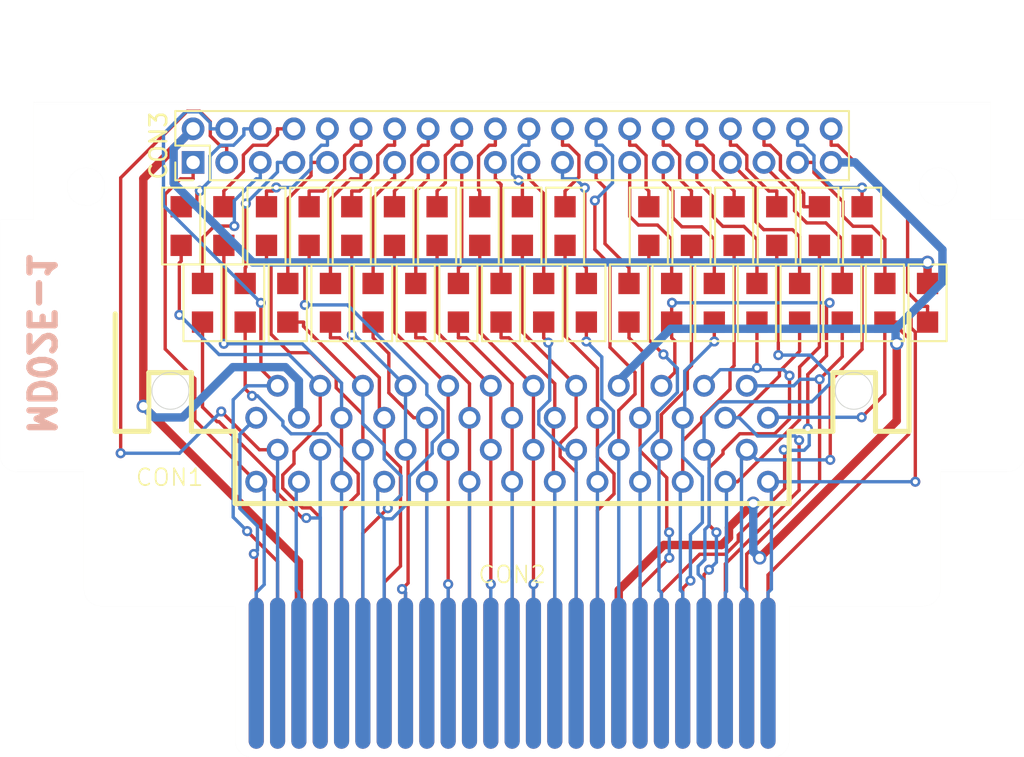
<source format=kicad_pcb>
(kicad_pcb (version 20241229) (generator "pcbnew") (generator_version "9.0")
  (layers (0 "F.Cu" signal) (2 "B.Cu" signal) (13 "F.Paste" user) (15 "B.Paste" user) (5 "F.SilkS" user "F.Silkscreen") (7 "B.SilkS" user "B.Silkscreen") (1 "F.Mask" user) (3 "B.Mask" user) (25 "Edge.Cuts" user))
  (net 0 "")
  (net 1 "/~{Read}.U5")
  (net 2 "/A12")
  (net 3 "/A5")
  (net 4 "/A1")
  (net 5 "/D0")
  (net 6 "/GND")
  (net 7 "/A8")
  (net 8 "/A14")
  (net 9 "/+5V")
  (net 10 "/D7")
  (net 11 "/A3")
  (net 12 "/Proc.CLK.Out.2")
  (net 13 "/A2")
  (net 14 "/D3")
  (net 15 "/A7")
  (net 16 "/A0")
  (net 17 "/A9")
  (net 18 "/D6")
  (net 19 "/Counter.Bit1")
  (net 20 "/A13")
  (net 21 "/~{Read}.U1")
  (net 22 "/A4")
  (net 23 "/D1")
  (net 24 "/~{Read}.U3")
  (net 25 "/~{Read}.U4")
  (net 26 "/Counter.Bit0")
  (net 27 "/Counter.Bit2")
  (net 28 "/D2")
  (net 29 "/~{Write}")
  (net 30 "/~{Read}.U8")
  (net 31 "/A11")
  (net 32 "/D5")
  (net 33 "/~{Read}.U6")
  (net 34 "/D4")
  (net 35 "/A6")
  (net 36 "/A15")
  (net 37 "/~{Read}.U2")
  (net 38 "/A16")
  (net 39 "/~{Read}.U7")
  (net 40 "/A10")
  (net 41 "/~{Read}.U3.MGD2")
  (net 42 "/~{Read}.U4.MGD2")
  (net 43 "/D6.MGD2")
  (net 44 "/A9.MGD2")
  (net 45 "/D7.MGD2")
  (net 46 "/A11.MGD2")
  (net 47 "/A8.MGD2")
  (net 48 "/A3.MGD2")
  (net 49 "/D1.MGD2")
  (net 50 "/~{Read}.U7.MGD2")
  (net 51 "/~{Read}.U8.MGD2")
  (net 52 "/A2.MGD2")
  (net 53 "/D4.MGD2")
  (net 54 "/D5.MGD2")
  (net 55 "/A0.MGD2")
  (net 56 "/~{Read}.U2.MGD2")
  (net 57 "/~{Read}.U1.MGD2")
  (net 58 "/~{Read}.U6.MGD2")
  (net 59 "/A12.MGD2")
  (net 60 "/A16.MGD2")
  (net 61 "/A13.MGD2")
  (net 62 "/D3.MGD2")
  (net 63 "/A14.MGD2")
  (net 64 "/A6.MGD2")
  (net 65 "/D2.MGD2")
  (net 66 "/A5.MGD2")
  (net 67 "/A4.MGD2")
  (net 68 "/~{Read}.U5.MGD2")
  (net 69 "/A15.MGD2")
  (net 70 "/74HC161D.CP")
  (net 71 "/A1.MGD2")
  (net 72 "/Batt.Detect")
  (net 73 "/D0.MGD2")
  (net 74 "/A10.MGD2")
  (net 75 "/A7.MGD2")
  (footprint "!MD02E-1:Resistor" (layer "F.Cu") (at 135.86 89.46 90)
    (property "Reference" "R24" (hide yes))
    (property "Value" "330 Ohm")
  )
  (footprint "!MD02E-1:Resistor" (layer "F.Cu") (at 139.67 84.89 90)
    (property "Reference" "R10" (hide yes))
    (property "Value" "330 Ohm")
  )
  (footprint "!MD02E-1:Resistor" (layer "F.Cu") (at 124.43 84.89 90)
    (property "Reference" "R4" (hide yes))
    (property "Value" "330 Ohm")
  )
  (footprint "!MD02E-1:Resistor" (layer "F.Cu") (at 153.64 89.46 90)
    (property "Reference" "R31" (hide yes))
    (property "Value" "330 Ohm")
  )
  (footprint "!MD02E-1:Resistor" (layer "F.Cu") (at 148.56 89.46 90)
    (property "Reference" "R29" (hide yes))
    (property "Value" "330 Ohm")
  )
  (footprint "!MD02E-1:Resistor" (layer "F.Cu") (at 154.82 84.89 90)
    (property "Reference" "R15" (hide yes))
    (property "Value" "330 Ohm")
  )
  (footprint "!MD02E-1:Resistor" (layer "F.Cu") (at 158.72 89.46 90)
    (property "Reference" "R33" (hide yes))
    (property "Value" "330 Ohm")
  )
  (footprint "!MD02E-1:Resistor" (layer "F.Cu") (at 138.4 89.46 90)
    (property "Reference" "R25" (hide yes))
    (property "Value" "330 Ohm")
  )
  (footprint "!MD02E-1:Resistor" (layer "F.Cu") (at 116.81 84.89 90)
    (property "Reference" "R1" (hide yes))
    (property "Value" "330 Ohm")
  )
  (footprint "!MD02E-1:Resistor" (layer "F.Cu") (at 144.66 84.89 90)
    (property "Reference" "R11" (hide yes))
    (property "Value" "330 Ohm")
  )
  (footprint "!MD02E-1:Resistor" (layer "F.Cu") (at 146.02 89.46 90)
    (property "Reference" "R28" (hide yes))
    (property "Value" "330 Ohm")
  )
  (footprint "!MD02E-1:Resistor" (layer "F.Cu") (at 137.13 84.89 90)
    (property "Reference" "R9" (hide yes))
    (property "Value" "330 Ohm")
  )
  (footprint "!MD02E-1:Resistor" (layer "F.Cu") (at 118.08 89.46 90)
    (property "Reference" "R17" (hide yes))
    (property "Value" "330 Ohm")
  )
  (footprint "!MD02E-1:J050 Connector" (layer "F.Cu") (at 136.52 97.26 180)
    (property "Reference" "CON1")
    (property "Value" "Adapter Connector Slot")
    (fp_circle (center 20.35 2.5575) (end 21.450182 2.5575) (stroke (width 0.05)) (fill no) (layer "Edge.Cuts"))
    (fp_circle (center -20.35 2.5575) (end -19.249818 2.5575) (stroke (width 0.05)) (fill no) (layer "Edge.Cuts"))
  )
  (footprint "Connector_PinHeader_2.00mm:PinHeader_2x20_P2.00mm_Vertical" (layer "F.Cu") (at 117.52 81.1 90)
    (property "Reference" "CON3")
    (property "Value" "PCE Board Pin Header")
  )
  (footprint "!MD02E-1:Resistor" (layer "F.Cu") (at 123.16 89.46 90)
    (property "Reference" "R19" (hide yes))
    (property "Value" "330 Ohm")
  )
  (footprint "!MD02E-1:Resistor" (layer "F.Cu") (at 161.26 89.46 90)
    (property "Reference" "R34" (hide yes))
    (property "Value" "10K Ohm")
  )
  (footprint "!MD02E-1:Resistor" (layer "F.Cu") (at 119.35 84.89 90)
    (property "Reference" "R2" (hide yes))
    (property "Value" "330 Ohm")
  )
  (footprint "!MD02E-1:Resistor" (layer "F.Cu") (at 149.74 84.89 90)
    (property "Reference" "R13" (hide yes))
    (property "Value" "330 Ohm")
  )
  (footprint "!MD02E-1:Resistor" (layer "F.Cu") (at 132.05 84.89 90)
    (property "Reference" "R7" (hide yes))
    (property "Value" "330 Ohm")
  )
  (footprint "!MD02E-1:Resistor" (layer "F.Cu") (at 133.32 89.46 90)
    (property "Reference" "R23" (hide yes))
    (property "Value" "330 Ohm")
  )
  (footprint "!MD02E-1:Resistor" (layer "F.Cu") (at 120.62 89.46 90)
    (property "Reference" "R18" (hide yes))
    (property "Value" "330 Ohm")
  )
  (footprint "!MD02E-1:Resistor" (layer "F.Cu") (at 121.89 84.89 90)
    (property "Reference" "R3" (hide yes))
    (property "Value" "330 Ohm")
  )
  (footprint "!MD02E-1:Resistor" (layer "F.Cu") (at 130.78 89.46 90)
    (property "Reference" "R22" (hide yes))
    (property "Value" "330 Ohm")
  )
  (footprint "!MD02E-1:Resistor" (layer "F.Cu") (at 157.36 84.89 90)
    (property "Reference" "R16" (hide yes))
    (property "Value" "330 Ohm")
  )
  (footprint "!MD02E-1:Resistor" (layer "F.Cu") (at 156.18 89.46 90)
    (property "Reference" "R32" (hide yes))
    (property "Value" "330 Ohm")
  )
  (footprint "!MD02E-1:Resistor" (layer "F.Cu") (at 134.59 84.89 90)
    (property "Reference" "R8" (hide yes))
    (property "Value" "330 Ohm")
  )
  (footprint "!MD02E-1:Resistor" (layer "F.Cu") (at 140.94 89.46 90)
    (property "Reference" "R26" (hide yes))
    (property "Value" "330 Ohm")
  )
  (footprint "!MD02E-1:Resistor" (layer "F.Cu") (at 152.28 84.89 90)
    (property "Reference" "R14" (hide yes))
    (property "Value" "330 Ohm")
  )
  (footprint "!MD02E-1:Resistor" (layer "F.Cu") (at 129.51 84.89 90)
    (property "Reference" "R6" (hide yes))
    (property "Value" "330 Ohm")
  )
  (footprint "!MD02E-1:Resistor" (layer "F.Cu") (at 125.7 89.46 90)
    (property "Reference" "R20" (hide yes))
    (property "Value" "330 Ohm")
  )
  (footprint "!MD02E-1:MGD2 Edge Connector" (layer "F.Cu") (at 136.52 111.52)
    (property "Reference" "CON2")
    (property "Value" "MGD2 Edge Connector")
  )
  (footprint "!MD02E-1:Resistor" (layer "F.Cu") (at 126.97 84.89 90)
    (property "Reference" "R5" (hide yes))
    (property "Value" "330 Ohm")
  )
  (footprint "!MD02E-1:Resistor" (layer "F.Cu") (at 128.24 89.46 90)
    (property "Reference" "R21" (hide yes))
    (property "Value" "330 Ohm")
  )
  (footprint "!MD02E-1:Resistor" (layer "F.Cu") (at 147.2 84.89 90)
    (property "Reference" "R12" (hide yes))
    (property "Value" "330 Ohm")
  )
  (footprint "!MD02E-1:Resistor" (layer "F.Cu") (at 151.1 89.46 90)
    (property "Reference" "R30" (hide yes))
    (property "Value" "330 Ohm")
  )
  (footprint "!MD02E-1:Resistor" (layer "F.Cu") (at 143.48 89.46 90)
    (property "Reference" "R27" (hide yes))
    (property "Value" "330 Ohm")
  )
  (gr_line (start 108.02 84.52) (end 106.02 84.52) (stroke (width 0.002)) (layer "Edge.Cuts"))
  (gr_line (start 111.02 99.52) (end 107.02 99.52) (stroke (width 0.002)) (layer "Edge.Cuts"))
  (gr_line (start 153.02 107.52) (end 153.02 115.52) (stroke (width 0.002)) (layer "Edge.Cuts"))
  (gr_line (start 120.02 107.52) (end 120.02 115.52) (stroke (width 0.002)) (layer "Edge.Cuts"))
  (gr_arc (start 107.02 99.52) (mid 106.312893 99.227107) (end 106.02 98.52) (stroke (width 0.002)) (layer "Edge.Cuts"))
  (gr_arc (start 153.02 115.52) (mid 152.727107 116.227107) (end 152.02 116.52) (stroke (width 0.002)) (layer "Edge.Cuts"))
  (gr_arc (start 121.02 116.52) (mid 120.312893 116.227107) (end 120.02 115.52) (stroke (width 0.002)) (layer "Edge.Cuts"))
  (gr_line (start 166.02 99.52) (end 162.02 99.52) (stroke (width 0.002)) (layer "Edge.Cuts"))
  (gr_line (start 162.02 99.52) (end 162.02 106.52) (stroke (width 0.002)) (layer "Edge.Cuts"))
  (gr_line (start 121.02 116.52) (end 152.02 116.52) (stroke (width 0.002)) (layer "Edge.Cuts"))
  (gr_circle (center 161.895 82.545) (end 163.02 82.545) (stroke (width 0.002)) (fill no) (layer "Edge.Cuts"))
  (gr_line (start 167.02 84.52) (end 167.02 98.52) (stroke (width 0.002)) (layer "Edge.Cuts"))
  (gr_line (start 161.02 107.52) (end 153.02 107.52) (stroke (width 0.002)) (layer "Edge.Cuts"))
  (gr_line (start 165.02 77.52) (end 165.02 84.52) (stroke (width 0.002)) (layer "Edge.Cuts"))
  (gr_circle (center 111.145 82.545) (end 112.27 82.545) (stroke (width 0.002)) (fill no) (layer "Edge.Cuts"))
  (gr_line (start 106.02 84.52) (end 106.02 98.52) (stroke (width 0.002)) (layer "Edge.Cuts"))
  (gr_arc (start 112.02 107.52) (mid 111.312893 107.227107) (end 111.02 106.52) (stroke (width 0.002)) (layer "Edge.Cuts"))
  (gr_line (start 112.02 107.52) (end 120.02 107.52) (stroke (width 0.002)) (layer "Edge.Cuts"))
  (gr_line (start 111.02 99.52) (end 111.02 106.52) (stroke (width 0.002)) (layer "Edge.Cuts"))
  (gr_arc (start 167.02 98.52) (mid 166.727107 99.227107) (end 166.02 99.52) (stroke (width 0.002)) (layer "Edge.Cuts"))
  (gr_arc (start 162.02 106.52) (mid 161.727107 107.227107) (end 161.02 107.52) (stroke (width 0.002)) (layer "Edge.Cuts"))
  (gr_line (start 108.02 84.52) (end 108.02 77.52) (stroke (width 0.002)) (layer "Edge.Cuts"))
  (gr_line (start 167.02 84.52) (end 165.02 84.52) (stroke (width 0.002)) (layer "Edge.Cuts"))
  (gr_line (start 108.02 77.52) (end 165.02 77.52) (stroke (width 0.002)) (layer "Edge.Cuts"))
  (gr_text "MD02E-1" (at 107.57 97.47 270) (layer "B.SilkS") (effects (font (size 1.5 1.5) (thickness 0.375) (bold yes)) (justify left bottom mirror)))
  (segment (start 125.7 87.3733) (end 125.7 83.2863) (width 0.2) (layer "F.Cu") (net 1))
  (segment (start 125.7 88.31) (end 125.7 87.3733) (width 0.2) (layer "F.Cu") (net 1))
  (segment (start 125.7 83.2863) (end 126.9096 82.0767) (width 0.2) (layer "F.Cu") (net 1))
  (segment (start 126.9096 82.0767) (end 127.52 82.0767) (width 0.2) (layer "F.Cu") (net 1))
  (segment (start 127.52 81.1) (end 127.52 82.0767) (width 0.2) (layer "F.Cu") (net 1))
  (segment (start 149.52 81.1) (end 151.01 82.59) (width 0.2) (layer "F.Cu") (net 2))
  (segment (start 153.216 85.104) (end 153.64 85.528) (width 0.2) (layer "F.Cu") (net 2))
  (segment (start 151.01 84.61) (end 151.504 85.104) (width 0.2) (layer "F.Cu") (net 2))
  (segment (start 151.01 82.59) (end 151.01 84.61) (width 0.2) (layer "F.Cu") (net 2))
  (segment (start 153.64 85.528) (end 153.64 88.31) (width 0.2) (layer "F.Cu") (net 2))
  (segment (start 151.504 85.104) (end 153.216 85.104) (width 0.2) (layer "F.Cu") (net 2))
  (segment (start 143.52 80.0767) (end 143.8864 80.0767) (width 0.2) (layer "F.Cu") (net 3))
  (segment (start 144.4967 82.64) (end 144.66 82.8033) (width 0.2) (layer "F.Cu") (net 3))
  (segment (start 144.66 83.74) (end 144.66 82.8033) (width 0.2) (layer "F.Cu") (net 3))
  (segment (start 143.52 79.1) (end 143.52 80.0767) (width 0.2) (layer "F.Cu") (net 3))
  (segment (start 144.4967 80.687) (end 144.4967 82.64) (width 0.2) (layer "F.Cu") (net 3))
  (segment (start 143.8864 80.0767) (end 144.4967 80.687) (width 0.2) (layer "F.Cu") (net 3))
  (segment (start 138.4 82.9567) (end 138.4 88.31) (width 0.2) (layer "F.Cu") (net 4))
  (segment (start 137.52 81.1) (end 137.52 82.0767) (width 0.2) (layer "F.Cu") (net 4))
  (segment (start 137.52 82.0767) (end 138.4 82.9567) (width 0.2) (layer "F.Cu") (net 4))
  (segment (start 127.4383 82.8033) (end 128.52 81.7216) (width 0.2) (layer "F.Cu") (net 5))
  (segment (start 128.52 80.6719) (end 129.1152 80.0767) (width 0.2) (layer "F.Cu") (net 5))
  (segment (start 126.97 82.8033) (end 127.4383 82.8033) (width 0.2) (layer "F.Cu") (net 5))
  (segment (start 129.52 79.1) (end 129.52 80.0767) (width 0.2) (layer "F.Cu") (net 5))
  (segment (start 129.1152 80.0767) (end 129.52 80.0767) (width 0.2) (layer "F.Cu") (net 5))
  (segment (start 128.52 81.7216) (end 128.52 80.6719) (width 0.2) (layer "F.Cu") (net 5))
  (segment (start 126.97 83.74) (end 126.97 82.8033) (width 0.2) (layer "F.Cu") (net 5))
  (segment (start 159.4249 96.4848) (end 159.4249 91.8736) (width 0.5) (layer "F.Cu") (net 6))
  (segment (start 149.4362 102.8463) (end 150.8802 101.4023) (width 0.5) (layer "F.Cu") (net 6))
  (segment (start 145.5535 103.8848) (end 148.9959 103.8848) (width 0.5) (layer "F.Cu") (net 6))
  (segment (start 149.4362 103.4445) (end 149.4362 102.8463) (width 0.5) (layer "F.Cu") (net 6))
  (segment (start 142.87 106.5683) (end 145.5535 103.8848) (width 0.5) (layer "F.Cu") (net 6))
  (segment (start 151.2588 104.6509) (end 159.4249 96.4848) (width 0.5) (layer "F.Cu") (net 6))
  (segment (start 148.9959 103.8848) (end 149.4362 103.4445) (width 0.5) (layer "F.Cu") (net 6))
  (segment (start 142.87 111.52) (end 142.87 106.5683) (width 0.5) (layer "F.Cu") (net 6))
  (via (at 150.8802 101.4023) (size 0.8) (drill 0.5) (layers "F.Cu" "B.Cu") (net 6))
  (via (at 159.4249 91.8736) (size 0.8) (drill 0.5) (layers "F.Cu" "B.Cu") (net 6))
  (via (at 151.2588 104.6509) (size 0.8) (drill 0.5) (layers "F.Cu" "B.Cu") (net 6))
  (segment (start 142.87 94.4025) (end 142.87 94.097) (width 0.5) (layer "B.Cu") (net 6))
  (segment (start 150.8802 104.2723) (end 150.8802 101.4023) (width 0.5) (layer "B.Cu") (net 6))
  (segment (start 151.2588 104.6509) (end 150.8802 104.2723) (width 0.5) (layer "B.Cu") (net 6))
  (segment (start 159.3573 91.008) (end 159.3573 91.806) (width 0.5) (layer "B.Cu") (net 6))
  (segment (start 145.959 91.008) (end 159.3573 91.008) (width 0.5) (layer "B.Cu") (net 6))
  (segment (start 162.1469 88.2184) (end 159.3573 91.008) (width 0.5) (layer "B.Cu") (net 6))
  (segment (start 155.52 81.1) (end 156.9445 81.1) (width 0.5) (layer "B.Cu") (net 6))
  (segment (start 159.3573 91.806) (end 159.4249 91.8736) (width 0.5) (layer "B.Cu") (net 6))
  (segment (start 156.9445 81.1) (end 162.1469 86.3024) (width 0.5) (layer "B.Cu") (net 6))
  (segment (start 142.87 94.097) (end 145.959 91.008) (width 0.5) (layer "B.Cu") (net 6))
  (segment (start 162.1469 86.3024) (end 162.1469 88.2184) (width 0.5) (layer "B.Cu") (net 6))
  (segment (start 147.8186 84.9365) (end 146.6346 84.9365) (width 0.2) (layer "F.Cu") (net 7))
  (segment (start 148.56 88.31) (end 148.56 85.6779) (width 0.2) (layer "F.Cu") (net 7))
  (segment (start 145.52 82.2283) (end 145.52 81.1) (width 0.2) (layer "F.Cu") (net 7))
  (segment (start 146.6346 84.9365) (end 146.0965 84.3984) (width 0.2) (layer "F.Cu") (net 7))
  (segment (start 148.56 85.6779) (end 147.8186 84.9365) (width 0.2) (layer "F.Cu") (net 7))
  (segment (start 146.0965 82.8048) (end 145.52 82.2283) (width 0.2) (layer "F.Cu") (net 7))
  (segment (start 146.0965 84.3984) (end 146.0965 82.8048) (width 0.2) (layer "F.Cu") (net 7))
  (segment (start 155.2052 84.7031) (end 156.18 85.6779) (width 0.2) (layer "F.Cu") (net 8))
  (segment (start 151.52 81.1) (end 151.52 81.2833) (width 0.2) (layer "F.Cu") (net 8))
  (segment (start 153.3382 83.1015) (end 153.3382 83.9757) (width 0.2) (layer "F.Cu") (net 8))
  (segment (start 156.18 85.6779) (end 156.18 88.31) (width 0.2) (layer "F.Cu") (net 8))
  (segment (start 154.0656 84.7031) (end 155.2052 84.7031) (width 0.2) (layer "F.Cu") (net 8))
  (segment (start 151.52 81.2833) (end 153.3382 83.1015) (width 0.2) (layer "F.Cu") (net 8))
  (segment (start 153.3382 83.9757) (end 154.0656 84.7031) (width 0.2) (layer "F.Cu") (net 8))
  (segment (start 123.82 106.5683) (end 123.82 104.8858) (width 0.5) (layer "F.Cu") (net 9))
  (segment (start 123.82 104.8858) (end 114.5542 95.62) (width 0.5) (layer "F.Cu") (net 9))
  (segment (start 123.82 111.52) (end 123.82 106.5683) (width 0.5) (layer "F.Cu") (net 9))
  (segment (start 161.26 88.31) (end 161.26 87.2233) (width 0.5) (layer "F.Cu") (net 9))
  (segment (start 114.5542 95.62) (end 114.5542 82.0658) (width 0.5) (layer "F.Cu") (net 9))
  (segment (start 161.26 87.2233) (end 161.26 87.0553) (width 0.5) (layer "F.Cu") (net 9))
  (segment (start 114.5542 82.0658) (end 117.52 79.1) (width 0.5) (layer "F.Cu") (net 9))
  (via (at 114.5542 95.62) (size 0.8) (drill 0.5) (layers "F.Cu" "B.Cu") (net 9))
  (via (at 161.26 87.0553) (size 0.8) (drill 0.5) (layers "F.Cu" "B.Cu") (net 9))
  (segment (start 115.2215 96.2873) (end 116.8959 96.2873) (width 0.5) (layer "B.Cu") (net 9))
  (segment (start 119.8896 93.2936) (end 123.0158 93.2936) (width 0.5) (layer "B.Cu") (net 9))
  (segment (start 123.0158 93.2936) (end 123.82 94.0978) (width 0.5) (layer "B.Cu") (net 9))
  (segment (start 116.3613 82.3392) (end 121.0774 87.0553) (width 0.5) (layer "B.Cu") (net 9))
  (segment (start 116.8959 96.2873) (end 119.8896 93.2936) (width 0.5) (layer "B.Cu") (net 9))
  (segment (start 116.3613 80.2587) (end 116.3613 82.3392) (width 0.5) (layer "B.Cu") (net 9))
  (segment (start 123.82 94.0978) (end 123.82 96.3075) (width 0.5) (layer "B.Cu") (net 9))
  (segment (start 121.0774 87.0553) (end 161.26 87.0553) (width 0.5) (layer "B.Cu") (net 9))
  (segment (start 114.5542 95.62) (end 115.2215 96.2873) (width 0.5) (layer "B.Cu") (net 9))
  (segment (start 117.52 79.1) (end 116.3613 80.2587) (width 0.5) (layer "B.Cu") (net 9))
  (segment (start 135.86 82.4167) (end 135.86 88.31) (width 0.2) (layer "F.Cu") (net 10))
  (segment (start 135.52 81.1) (end 135.52 82.0767) (width 0.2) (layer "F.Cu") (net 10))
  (segment (start 135.52 82.0767) (end 135.86 82.4167) (width 0.2) (layer "F.Cu") (net 10))
  (segment (start 140.94 88.31) (end 140.94 87.3733) (width 0.2) (layer "F.Cu") (net 11))
  (segment (start 140.8464 87.2797) (end 140.94 87.3733) (width 0.2) (layer "F.Cu") (net 11))
  (segment (start 140.8464 82.6136) (end 140.8464 87.2797) (width 0.2) (layer "F.Cu") (net 11))
  (via (at 140.8464 82.6136) (size 0.6) (drill 0.3) (layers "F.Cu" "B.Cu") (net 11))
  (segment (start 140.3095 82.0767) (end 140.8464 82.6136) (width 0.2) (layer "B.Cu") (net 11))
  (segment (start 139.52 81.1) (end 139.52 82.0767) (width 0.2) (layer "B.Cu") (net 11))
  (segment (start 139.52 82.0767) (end 140.3095 82.0767) (width 0.2) (layer "B.Cu") (net 11))
  (segment (start 142.3487 92.1141) (end 142.3487 87.1865) (width 0.2) (layer "F.Cu") (net 12))
  (segment (start 142.87 95.8683) (end 143.8398 94.8985) (width 0.2) (layer "F.Cu") (net 12))
  (segment (start 143.8398 93.6052) (end 142.3487 92.1141) (width 0.2) (layer "F.Cu") (net 12))
  (segment (start 141.4481 86.2859) (end 141.4481 83.3714) (width 0.2) (layer "F.Cu") (net 12))
  (segment (start 143.8398 94.8985) (end 143.8398 93.6052) (width 0.2) (layer "F.Cu") (net 12))
  (segment (start 142.87 98.2125) (end 142.87 95.8683) (width 0.2) (layer "F.Cu") (net 12))
  (segment (start 142.3487 87.1865) (end 141.4481 86.2859) (width 0.2) (layer "F.Cu") (net 12))
  (via (at 141.4481 83.3714) (size 0.6) (drill 0.3) (layers "F.Cu" "B.Cu") (net 12))
  (segment (start 142.87 111.52) (end 142.87 106.7183) (width 0.2) (layer "B.Cu") (net 12))
  (segment (start 141.52 80.0767) (end 141.8864 80.0767) (width 0.2) (layer "B.Cu") (net 12))
  (segment (start 142.87 98.2125) (end 142.87 106.7183) (width 0.2) (layer "B.Cu") (net 12))
  (segment (start 142.4967 80.687) (end 142.4967 82.3228) (width 0.2) (layer "B.Cu") (net 12))
  (segment (start 142.4967 82.3228) (end 141.4481 83.3714) (width 0.2) (layer "B.Cu") (net 12))
  (segment (start 141.52 79.1) (end 141.52 80.0767) (width 0.2) (layer "B.Cu") (net 12))
  (segment (start 141.8864 80.0767) (end 142.4967 80.687) (width 0.2) (layer "B.Cu") (net 12))
  (segment (start 139.52 80.0767) (end 139.8864 80.0767) (width 0.2) (layer "F.Cu") (net 13))
  (segment (start 140.4967 80.687) (end 140.4967 81.9766) (width 0.2) (layer "F.Cu") (net 13))
  (segment (start 139.67 83.74) (end 139.67 82.8033) (width 0.2) (layer "F.Cu") (net 13))
  (segment (start 140.4967 81.9766) (end 139.67 82.8033) (width 0.2) (layer "F.Cu") (net 13))
  (segment (start 139.52 79.1) (end 139.52 80.0767) (width 0.2) (layer "F.Cu") (net 13))
  (segment (start 139.8864 80.0767) (end 140.4967 80.687) (width 0.2) (layer "F.Cu") (net 13))
  (segment (start 130.78 87.3733) (end 130.78 82.8167) (width 0.2) (layer "F.Cu") (net 14))
  (segment (start 130.78 82.8167) (end 131.52 82.0767) (width 0.2) (layer "F.Cu") (net 14))
  (segment (start 130.78 88.31) (end 130.78 87.3733) (width 0.2) (layer "F.Cu") (net 14))
  (segment (start 131.52 81.1) (end 131.52 82.0767) (width 0.2) (layer "F.Cu") (net 14))
  (segment (start 146.4967 80.687) (end 146.4967 82.1) (width 0.2) (layer "F.Cu") (net 15))
  (segment (start 145.52 79.1) (end 145.52 80.0767) (width 0.2) (layer "F.Cu") (net 15))
  (segment (start 146.4967 82.1) (end 147.2 82.8033) (width 0.2) (layer "F.Cu") (net 15))
  (segment (start 145.8864 80.0767) (end 146.4967 80.687) (width 0.2) (layer "F.Cu") (net 15))
  (segment (start 145.52 80.0767) (end 145.8864 80.0767) (width 0.2) (layer "F.Cu") (net 15))
  (segment (start 147.2 83.74) (end 147.2 82.8033) (width 0.2) (layer "F.Cu") (net 15))
  (segment (start 137.13 83.74) (end 137.13 82.3885) (width 0.2) (layer "F.Cu") (net 16))
  (segment (start 137.13 82.3885) (end 136.8992 82.1577) (width 0.2) (layer "F.Cu") (net 16))
  (via (at 136.8992 82.1577) (size 0.6) (drill 0.3) (layers "F.Cu" "B.Cu") (net 16))
  (segment (start 137.1536 80.0767) (end 136.5433 80.687) (width 0.2) (layer "B.Cu") (net 16))
  (segment (start 136.5433 80.687) (end 136.5433 81.8018) (width 0.2) (layer "B.Cu") (net 16))
  (segment (start 137.52 79.1) (end 137.52 80.0767) (width 0.2) (layer "B.Cu") (net 16))
  (segment (start 136.5433 81.8018) (end 136.8992 82.1577) (width 0.2) (layer "B.Cu") (net 16))
  (segment (start 137.52 80.0767) (end 137.1536 80.0767) (width 0.2) (layer "B.Cu") (net 16))
  (segment (start 149.74 83.74) (end 149.74 82.8033) (width 0.2) (layer "F.Cu") (net 17))
  (segment (start 147.52 80.0767) (end 147.8864 80.0767) (width 0.2) (layer "F.Cu") (net 17))
  (segment (start 147.52 79.1) (end 147.52 80.0767) (width 0.2) (layer "F.Cu") (net 17))
  (segment (start 148.4967 80.687) (end 148.4967 81.56) (width 0.2) (layer "F.Cu") (net 17))
  (segment (start 147.8864 80.0767) (end 148.4967 80.687) (width 0.2) (layer "F.Cu") (net 17))
  (segment (start 148.4967 81.56) (end 149.74 82.8033) (width 0.2) (layer "F.Cu") (net 17))
  (segment (start 135.1537 80.0767) (end 134.52 80.7104) (width 0.2) (layer "F.Cu") (net 18))
  (segment (start 134.52 82.7333) (end 134.59 82.8033) (width 0.2) (layer "F.Cu") (net 18))
  (segment (start 135.52 80.0767) (end 135.1537 80.0767) (width 0.2) (layer "F.Cu") (net 18))
  (segment (start 134.52 80.7104) (end 134.52 82.7333) (width 0.2) (layer "F.Cu") (net 18))
  (segment (start 135.52 79.1) (end 135.52 80.0767) (width 0.2) (layer "F.Cu") (net 18))
  (segment (start 134.59 83.74) (end 134.59 82.8033) (width 0.2) (layer "F.Cu") (net 18))
  (segment (start 121.5567 93.4092) (end 121.5567 89.4648) (width 0.2) (layer "F.Cu") (net 19))
  (segment (start 122.55 111.52) (end 122.55 104.8691) (width 0.2) (layer "F.Cu") (net 19))
  (segment (start 122.55 94.4025) (end 121.5567 93.4092) (width 0.2) (layer "F.Cu") (net 19))
  (segment (start 122.55 104.8691) (end 120.7406 103.0597) (width 0.2) (layer "F.Cu") (net 19))
  (via (at 120.7406 103.0597) (size 0.6) (drill 0.3) (layers "F.Cu" "B.Cu") (net 19))
  (via (at 121.5567 89.4648) (size 0.6) (drill 0.3) (layers "F.Cu" "B.Cu") (net 19))
  (segment (start 119.52 79.1) (end 118.5433 79.1) (width 0.2) (layer "B.Cu") (net 19))
  (segment (start 118.5433 79.1) (end 118.5433 78.7337) (width 0.2) (layer "B.Cu") (net 19))
  (segment (start 115.7553 83.6634) (end 121.5567 89.4648) (width 0.2) (layer "B.Cu") (net 19))
  (segment (start 118.5433 78.7337) (end 117.8966 78.087) (width 0.2) (layer "B.Cu") (net 19))
  (segment (start 119.9067 102.2258) (end 120.7406 103.0597) (width 0.2) (layer "B.Cu") (net 19))
  (segment (start 120.7412 94.4025) (end 119.9067 95.237) (width 0.2) (layer "B.Cu") (net 19))
  (segment (start 117.8966 78.087) (end 117.0737 78.087) (width 0.2) (layer "B.Cu") (net 19))
  (segment (start 122.55 94.4025) (end 120.7412 94.4025) (width 0.2) (layer "B.Cu") (net 19))
  (segment (start 115.7553 79.4054) (end 115.7553 83.6634) (width 0.2) (layer "B.Cu") (net 19))
  (segment (start 119.9067 95.237) (end 119.9067 102.2258) (width 0.2) (layer "B.Cu") (net 19))
  (segment (start 117.0737 78.087) (end 115.7553 79.4054) (width 0.2) (layer "B.Cu") (net 19))
  (segment (start 152.4967 81.5556) (end 152.4967 80.687) (width 0.2) (layer "F.Cu") (net 20))
  (segment (start 151.8864 80.0767) (end 151.52 80.0767) (width 0.2) (layer "F.Cu") (net 20))
  (segment (start 152.4967 80.687) (end 151.8864 80.0767) (width 0.2) (layer "F.Cu") (net 20))
  (segment (start 154.82 83.74) (end 153.8833 83.74) (width 0.2) (layer "F.Cu") (net 20))
  (segment (start 153.8833 83.74) (end 153.8833 82.9422) (width 0.2) (layer "F.Cu") (net 20))
  (segment (start 153.8833 82.9422) (end 152.4967 81.5556) (width 0.2) (layer "F.Cu") (net 20))
  (segment (start 151.52 79.1) (end 151.52 80.0767) (width 0.2) (layer "F.Cu") (net 20))
  (segment (start 120.6624 87.3309) (end 120.6624 83.5521) (width 0.2) (layer "F.Cu") (net 21))
  (segment (start 120.62 88.31) (end 120.62 87.3733) (width 0.2) (layer "F.Cu") (net 21))
  (segment (start 120.62 87.3733) (end 120.6624 87.3309) (width 0.2) (layer "F.Cu") (net 21))
  (via (at 120.6624 83.5521) (size 0.6) (drill 0.3) (layers "F.Cu" "B.Cu") (net 21))
  (segment (start 123.52 81.1) (end 122.5433 81.1) (width 0.2) (layer "B.Cu") (net 21))
  (segment (start 122.5433 81.1) (end 122.5433 81.6712) (width 0.2) (layer "B.Cu") (net 21))
  (segment (start 122.5433 81.6712) (end 120.6624 83.5521) (width 0.2) (layer "B.Cu") (net 21))
  (segment (start 142.0498 82.6065) (end 141.52 82.0767) (width 0.2) (layer "F.Cu") (net 22))
  (segment (start 142.0498 85.9431) (end 142.0498 82.6065) (width 0.2) (layer "F.Cu") (net 22))
  (segment (start 143.48 87.3733) (end 142.0498 85.9431) (width 0.2) (layer "F.Cu") (net 22))
  (segment (start 141.52 81.1) (end 141.52 82.0767) (width 0.2) (layer "F.Cu") (net 22))
  (segment (start 143.48 88.31) (end 143.48 87.3733) (width 0.2) (layer "F.Cu") (net 22))
  (segment (start 128.24 88.31) (end 128.24 83.2242) (width 0.2) (layer "F.Cu") (net 23))
  (segment (start 129.52 81.1) (end 129.52 82.0767) (width 0.2) (layer "F.Cu") (net 23))
  (segment (start 128.24 83.2242) (end 129.3875 82.0767) (width 0.2) (layer "F.Cu") (net 23))
  (segment (start 129.3875 82.0767) (end 129.52 82.0767) (width 0.2) (layer "F.Cu") (net 23))
  (segment (start 117.7467 83.74) (end 117.7467 82.9637) (width 0.2) (layer "F.Cu") (net 24))
  (segment (start 117.7467 82.9637) (end 117.9206 82.7898) (width 0.2) (layer "F.Cu") (net 24))
  (segment (start 116.81 83.74) (end 117.7467 83.74) (width 0.2) (layer "F.Cu") (net 24))
  (via (at 117.9206 82.7898) (size 0.6) (drill 0.3) (layers "F.Cu" "B.Cu") (net 24))
  (segment (start 120.5433 79.1) (end 120.5433 79.4664) (width 0.2) (layer "B.Cu") (net 24))
  (segment (start 118.522 82.1884) (end 117.9206 82.7898) (width 0.2) (layer "B.Cu") (net 24))
  (segment (start 118.522 80.7164) (end 118.522 82.1884) (width 0.2) (layer "B.Cu") (net 24))
  (segment (start 120.5433 79.4664) (end 119.933 80.0767) (width 0.2) (layer "B.Cu") (net 24))
  (segment (start 121.52 79.1) (end 120.5433 79.1) (width 0.2) (layer "B.Cu") (net 24))
  (segment (start 119.933 80.0767) (end 119.1617 80.0767) (width 0.2) (layer "B.Cu") (net 24))
  (segment (start 119.1617 80.0767) (end 118.522 80.7164) (width 0.2) (layer "B.Cu") (net 24))
  (segment (start 123.52 79.1) (end 122.5433 79.1) (width 0.2) (layer "F.Cu") (net 25))
  (segment (start 119.35 83.74) (end 119.35 82.8033) (width 0.2) (layer "F.Cu") (net 25))
  (segment (start 120.514 80.6559) (end 120.514 81.6393) (width 0.2) (layer "F.Cu") (net 25))
  (segment (start 122.5433 79.4664) (end 121.933 80.0767) (width 0.2) (layer "F.Cu") (net 25))
  (segment (start 122.5433 79.1) (end 122.5433 79.4664) (width 0.2) (layer "F.Cu") (net 25))
  (segment (start 121.0932 80.0767) (end 120.514 80.6559) (width 0.2) (layer "F.Cu") (net 25))
  (segment (start 120.514 81.6393) (end 119.35 82.8033) (width 0.2) (layer "F.Cu") (net 25))
  (segment (start 121.933 80.0767) (end 121.0932 80.0767) (width 0.2) (layer "F.Cu") (net 25))
  (segment (start 117.52 81.1) (end 117.52 82.0767) (width 0.2) (layer "F.Cu") (net 26))
  (segment (start 116.7722 82.0767) (end 115.8577 82.9912) (width 0.2) (layer "F.Cu") (net 26))
  (segment (start 115.8577 82.9912) (end 115.8577 92.2138) (width 0.2) (layer "F.Cu") (net 26))
  (segment (start 117.6249 96.4624) (end 121.28 100.1175) (width 0.2) (layer "F.Cu") (net 26))
  (segment (start 117.6249 93.981) (end 117.6249 96.4624) (width 0.2) (layer "F.Cu") (net 26))
  (segment (start 115.8577 92.2138) (end 117.6249 93.981) (width 0.2) (layer "F.Cu") (net 26))
  (segment (start 117.52 82.0767) (end 116.7722 82.0767) (width 0.2) (layer "F.Cu") (net 26))
  (segment (start 121.28 106.7183) (end 121.7531 106.2452) (width 0.2) (layer "B.Cu") (net 26))
  (segment (start 121.7531 100.5906) (end 121.28 100.1175) (width 0.2) (layer "B.Cu") (net 26))
  (segment (start 121.28 111.52) (end 121.28 106.7183) (width 0.2) (layer "B.Cu") (net 26))
  (segment (start 121.7531 106.2452) (end 121.7531 100.5906) (width 0.2) (layer "B.Cu") (net 26))
  (segment (start 119.1536 80.1233) (end 118.5433 79.513) (width 0.2) (layer "F.Cu") (net 27))
  (segment (start 119.52 81.1) (end 119.52 80.1233) (width 0.2) (layer "F.Cu") (net 27))
  (segment (start 118.5433 78.6831) (end 117.9128 78.0526) (width 0.2) (layer "F.Cu") (net 27))
  (segment (start 117.9128 78.0526) (end 117.1702 78.0526) (width 0.2) (layer "F.Cu") (net 27))
  (segment (start 119.195 95.9345) (end 121.473 98.2125) (width 0.2) (layer "F.Cu") (net 27))
  (segment (start 118.5433 79.513) (end 118.5433 78.6831) (width 0.2) (layer "F.Cu") (net 27))
  (segment (start 121.473 98.2125) (end 122.55 98.2125) (width 0.2) (layer "F.Cu") (net 27))
  (segment (start 117.1702 78.0526) (end 113.2058 82.017) (width 0.2) (layer "F.Cu") (net 27))
  (segment (start 119.52 80.1233) (end 119.1536 80.1233) (width 0.2) (layer "F.Cu") (net 27))
  (segment (start 113.2058 82.017) (end 113.2058 98.42) (width 0.2) (layer "F.Cu") (net 27))
  (via (at 113.2058 98.42) (size 0.6) (drill 0.3) (layers "F.Cu" "B.Cu") (net 27))
  (via (at 119.195 95.9345) (size 0.6) (drill 0.3) (layers "F.Cu" "B.Cu") (net 27))
  (segment (start 116.7095 98.42) (end 119.195 95.9345) (width 0.2) (layer "B.Cu") (net 27))
  (segment (start 113.2058 98.42) (end 116.7095 98.42) (width 0.2) (layer "B.Cu") (net 27))
  (segment (start 122.55 111.52) (end 122.55 98.2125) (width 0.2) (layer "B.Cu") (net 27))
  (segment (start 131.52 79.1) (end 131.52 80.0767) (width 0.2) (layer "F.Cu") (net 28))
  (segment (start 130.5433 80.687) (end 130.5433 81.77) (width 0.2) (layer "F.Cu") (net 28))
  (segment (start 130.5433 81.77) (end 129.51 82.8033) (width 0.2) (layer "F.Cu") (net 28))
  (segment (start 131.1536 80.0767) (end 130.5433 80.687) (width 0.2) (layer "F.Cu") (net 28))
  (segment (start 129.51 83.74) (end 129.51 82.8033) (width 0.2) (layer "F.Cu") (net 28))
  (segment (start 131.52 80.0767) (end 131.1536 80.0767) (width 0.2) (layer "F.Cu") (net 28))
  (segment (start 155.52 80.0767) (end 155.9248 80.0767) (width 0.2) (layer "F.Cu") (net 29))
  (segment (start 160.0721 84.224) (end 160.0721 88.8368) (width 0.2) (layer "F.Cu") (net 29))
  (segment (start 160.5315 91.2071) (end 160.5315 100.1175) (width 0.2) (layer "F.Cu") (net 29))
  (segment (start 160.9086 89.6733) (end 160.2804 90.3015) (width 0.2) (layer "F.Cu") (net 29))
  (segment (start 161.26 90.61) (end 161.26 89.6733) (width 0.2) (layer "F.Cu") (net 29))
  (segment (start 160.2804 90.956) (end 160.5315 91.2071) (width 0.2) (layer "F.Cu") (net 29))
  (segment (start 160.9086 89.6733) (end 161.26 89.6733) (width 0.2) (layer "F.Cu") (net 29))
  (segment (start 155.9248 80.0767) (end 160.0721 84.224) (width 0.2) (layer "F.Cu") (net 29))
  (segment (start 160.0721 88.8368) (end 160.9086 89.6733) (width 0.2) (layer "F.Cu") (net 29))
  (segment (start 155.52 79.1) (end 155.52 80.0767) (width 0.2) (layer "F.Cu") (net 29))
  (segment (start 160.2804 90.3015) (end 160.2804 90.956) (width 0.2) (layer "F.Cu") (net 29))
  (via (at 160.5315 100.1175) (size 0.6) (drill 0.3) (layers "F.Cu" "B.Cu") (net 29))
  (segment (start 151.9605 106.5178) (end 151.9605 100.318) (width 0.2) (layer "B.Cu") (net 29))
  (segment (start 151.76 100.1175) (end 160.5315 100.1175) (width 0.2) (layer "B.Cu") (net 29))
  (segment (start 151.76 106.7183) (end 151.9605 106.5178) (width 0.2) (layer "B.Cu") (net 29))
  (segment (start 151.9605 100.318) (end 151.76 100.1175) (width 0.2) (layer "B.Cu") (net 29))
  (segment (start 151.76 111.52) (end 151.76 106.7183) (width 0.2) (layer "B.Cu") (net 29))
  (segment (start 126.5433 80.687) (end 126.5433 81.5096) (width 0.2) (layer "F.Cu") (net 30))
  (segment (start 126.5433 81.5096) (end 125.2496 82.8033) (width 0.2) (layer "F.Cu") (net 30))
  (segment (start 127.52 80.0767) (end 127.1536 80.0767) (width 0.2) (layer "F.Cu") (net 30))
  (segment (start 127.1536 80.0767) (end 126.5433 80.687) (width 0.2) (layer "F.Cu") (net 30))
  (segment (start 127.52 79.1) (end 127.52 80.0767) (width 0.2) (layer "F.Cu") (net 30))
  (segment (start 125.2496 82.8033) (end 124.43 82.8033) (width 0.2) (layer "F.Cu") (net 30))
  (segment (start 124.43 83.74) (end 124.43 82.8033) (width 0.2) (layer "F.Cu") (net 30))
  (segment (start 152.28 82.8033) (end 151.8117 82.8033) (width 0.2) (layer "F.Cu") (net 31))
  (segment (start 150.4967 80.687) (end 149.8864 80.0767) (width 0.2) (layer "F.Cu") (net 31))
  (segment (start 152.28 83.74) (end 152.28 82.8033) (width 0.2) (layer "F.Cu") (net 31))
  (segment (start 151.8117 82.8033) (end 150.4967 81.4883) (width 0.2) (layer "F.Cu") (net 31))
  (segment (start 149.8864 80.0767) (end 149.52 80.0767) (width 0.2) (layer "F.Cu") (net 31))
  (segment (start 149.52 79.1) (end 149.52 80.0767) (width 0.2) (layer "F.Cu") (net 31))
  (segment (start 150.4967 81.4883) (end 150.4967 80.687) (width 0.2) (layer "F.Cu") (net 31))
  (segment (start 133.32 88.31) (end 133.32 87.3733) (width 0.2) (layer "F.Cu") (net 32))
  (segment (start 133.52 81.1) (end 133.52 87.1733) (width 0.2) (layer "F.Cu") (net 32))
  (segment (start 133.52 87.1733) (end 133.32 87.3733) (width 0.2) (layer "F.Cu") (net 32))
  (segment (start 125.52 81.1) (end 124.5433 81.1) (width 0.2) (layer "F.Cu") (net 33))
  (segment (start 124.5433 81.1) (end 124.5433 81.8915) (width 0.2) (layer "F.Cu") (net 33))
  (segment (start 124.5433 81.8915) (end 123.16 83.2748) (width 0.2) (layer "F.Cu") (net 33))
  (segment (start 123.16 83.2748) (end 123.16 88.31) (width 0.2) (layer "F.Cu") (net 33))
  (segment (start 133.52 80.0767) (end 133.1536 80.0767) (width 0.2) (layer "F.Cu") (net 34))
  (segment (start 133.52 79.1) (end 133.52 80.0767) (width 0.2) (layer "F.Cu") (net 34))
  (segment (start 132.5433 82.31) (end 132.05 82.8033) (width 0.2) (layer "F.Cu") (net 34))
  (segment (start 133.1536 80.0767) (end 132.5433 80.687) (width 0.2) (layer "F.Cu") (net 34))
  (segment (start 132.5433 80.687) (end 132.5433 82.31) (width 0.2) (layer "F.Cu") (net 34))
  (segment (start 132.05 83.74) (end 132.05 82.8033) (width 0.2) (layer "F.Cu") (net 34))
  (segment (start 146.02 85.6746) (end 145.176 84.8306) (width 0.2) (layer "F.Cu") (net 35))
  (segment (start 144.0356 84.8306) (end 143.52 84.315) (width 0.2) (layer "F.Cu") (net 35))
  (segment (start 143.52 84.315) (end 143.52 81.1) (width 0.2) (layer "F.Cu") (net 35))
  (segment (start 145.176 84.8306) (end 144.0356 84.8306) (width 0.2) (layer "F.Cu") (net 35))
  (segment (start 146.02 88.31) (end 146.02 85.6746) (width 0.2) (layer "F.Cu") (net 35))
  (segment (start 157.36 83.74) (end 157.36 82.5976) (width 0.2) (layer "F.Cu") (net 36))
  (via (at 157.36 82.5976) (size 0.6) (drill 0.3) (layers "F.Cu" "B.Cu") (net 36))
  (segment (start 154.4967 81.483) (end 155.6113 82.5976) (width 0.2) (layer "B.Cu") (net 36))
  (segment (start 153.52 79.1) (end 153.52 80.0767) (width 0.2) (layer "B.Cu") (net 36))
  (segment (start 155.6113 82.5976) (end 157.36 82.5976) (width 0.2) (layer "B.Cu") (net 36))
  (segment (start 154.4967 80.687) (end 154.4967 81.483) (width 0.2) (layer "B.Cu") (net 36))
  (segment (start 153.8864 80.0767) (end 154.4967 80.687) (width 0.2) (layer "B.Cu") (net 36))
  (segment (start 153.52 80.0767) (end 153.8864 80.0767) (width 0.2) (layer "B.Cu") (net 36))
  (segment (start 118.08 85.5975) (end 118.08 88.31) (width 0.2) (layer "F.Cu") (net 37))
  (segment (start 118.7868 84.8907) (end 118.08 85.5975) (width 0.2) (layer "F.Cu") (net 37))
  (segment (start 119.9758 84.8907) (end 118.7868 84.8907) (width 0.2) (layer "F.Cu") (net 37))
  (via (at 119.9758 84.8907) (size 0.6) (drill 0.3) (layers "F.Cu" "B.Cu") (net 37))
  (segment (start 119.9758 83.3767) (end 119.9758 84.8907) (width 0.2) (layer "B.Cu") (net 37))
  (segment (start 121.52 82.0767) (end 121.2758 82.0767) (width 0.2) (layer "B.Cu") (net 37))
  (segment (start 121.2758 82.0767) (end 119.9758 83.3767) (width 0.2) (layer "B.Cu") (net 37))
  (segment (start 121.52 81.1) (end 121.52 82.0767) (width 0.2) (layer "B.Cu") (net 37))
  (segment (start 153.52 81.1) (end 154.4967 81.1) (width 0.2) (layer "F.Cu") (net 38))
  (segment (start 156.8272 84.9046) (end 156.2231 84.3005) (width 0.2) (layer "F.Cu") (net 38))
  (segment (start 156.2231 84.3005) (end 156.2231 83.4379) (width 0.2) (layer "F.Cu") (net 38))
  (segment (start 158.72 85.6779) (end 157.9467 84.9046) (width 0.2) (layer "F.Cu") (net 38))
  (segment (start 156.2231 83.4379) (end 154.4967 81.7115) (width 0.2) (layer "F.Cu") (net 38))
  (segment (start 157.9467 84.9046) (end 156.8272 84.9046) (width 0.2) (layer "F.Cu") (net 38))
  (segment (start 158.72 88.31) (end 158.72 85.6779) (width 0.2) (layer "F.Cu") (net 38))
  (segment (start 154.4967 81.7115) (end 154.4967 81.1) (width 0.2) (layer "F.Cu") (net 38))
  (segment (start 122.4726 82.5927) (end 122.262 82.8033) (width 0.2) (layer "F.Cu") (net 39))
  (segment (start 122.262 82.8033) (end 121.89 82.8033) (width 0.2) (layer "F.Cu") (net 39))
  (segment (start 121.89 83.74) (end 121.89 82.8033) (width 0.2) (layer "F.Cu") (net 39))
  (via (at 122.4726 82.5927) (size 0.6) (drill 0.3) (layers "F.Cu" "B.Cu") (net 39))
  (segment (start 124.5433 80.687) (end 124.5433 81.4793) (width 0.2) (layer "B.Cu") (net 39))
  (segment (start 123.4299 82.5927) (end 122.4726 82.5927) (width 0.2) (layer "B.Cu") (net 39))
  (segment (start 125.52 79.1) (end 125.52 80.0767) (width 0.2) (layer "B.Cu") (net 39))
  (segment (start 125.1536 80.0767) (end 124.5433 80.687) (width 0.2) (layer "B.Cu") (net 39))
  (segment (start 124.5433 81.4793) (end 123.4299 82.5927) (width 0.2) (layer "B.Cu") (net 39))
  (segment (start 125.52 80.0767) (end 125.1536 80.0767) (width 0.2) (layer "B.Cu") (net 39))
  (segment (start 149.07 84.91) (end 150.32 84.91) (width 0.2) (layer "F.Cu") (net 40))
  (segment (start 147.52 82.19) (end 148.44 83.11) (width 0.2) (layer "F.Cu") (net 40))
  (segment (start 151.1 85.69) (end 151.1 88.31) (width 0.2) (layer "F.Cu") (net 40))
  (segment (start 148.44 84.28) (end 149.07 84.91) (width 0.2) (layer "F.Cu") (net 40))
  (segment (start 147.52 81.1) (end 147.52 82.19) (width 0.2) (layer "F.Cu") (net 40))
  (segment (start 148.44 83.11) (end 148.44 84.28) (width 0.2) (layer "F.Cu") (net 40))
  (segment (start 150.32 84.91) (end 151.1 85.69) (width 0.2) (layer "F.Cu") (net 40))
  (segment (start 116.81 86.04) (end 116.81 86.9767) (width 0.2) (layer "F.Cu") (net 41))
  (segment (start 124.5124 101.6751) (end 124.0317 101.6751) (width 0.2) (layer "F.Cu") (net 41))
  (segment (start 122.8586 100.502) (end 122.8586 99.7136) (width 0.2) (layer "F.Cu") (net 41))
  (segment (start 116.7014 87.0853) (end 116.7014 90.1798) (width 0.2) (layer "F.Cu") (net 41))
  (segment (start 125.09 111.52) (end 125.09 102.2527) (width 0.2) (layer "F.Cu") (net 41))
  (segment (start 123.5289 99.0433) (end 123.5289 98.3078) (width 0.2) (layer "F.Cu") (net 41))
  (segment (start 125.09 96.7467) (end 125.09 94.4025) (width 0.2) (layer "F.Cu") (net 41))
  (segment (start 125.09 102.2527) (end 124.5124 101.6751) (width 0.2) (layer "F.Cu") (net 41))
  (segment (start 122.8586 99.7136) (end 123.5289 99.0433) (width 0.2) (layer "F.Cu") (net 41))
  (segment (start 124.0317 101.6751) (end 122.8586 100.502) (width 0.2) (layer "F.Cu") (net 41))
  (segment (start 123.5289 98.3078) (end 125.09 96.7467) (width 0.2) (layer "F.Cu") (net 41))
  (segment (start 116.81 86.9767) (end 116.7014 87.0853) (width 0.2) (layer "F.Cu") (net 41))
  (via (at 116.7014 90.1798) (size 0.6) (drill 0.3) (layers "F.Cu" "B.Cu") (net 41))
  (segment (start 119.0641 92.5425) (end 116.7014 90.1798) (width 0.2) (layer "B.Cu") (net 41))
  (segment (start 125.09 94.4025) (end 123.23 92.5425) (width 0.2) (layer "B.Cu") (net 41))
  (segment (start 123.23 92.5425) (end 119.0641 92.5425) (width 0.2) (layer "B.Cu") (net 41))
  (segment (start 126.36 101.8283) (end 126.36 111.52) (width 0.2) (layer "F.Cu") (net 42))
  (segment (start 126.36 96.3075) (end 126.36 98.6517) (width 0.2) (layer "F.Cu") (net 42))
  (segment (start 126.36 98.6517) (end 127.3527 99.6444) (width 0.2) (layer "F.Cu") (net 42))
  (segment (start 119.35 86.04) (end 119.35 91.9) (width 0.2) (layer "F.Cu") (net 42))
  (segment (start 127.3527 100.8356) (end 126.36 101.8283) (width 0.2) (layer "F.Cu") (net 42))
  (segment (start 127.3527 99.6444) (end 127.3527 100.8356) (width 0.2) (layer "F.Cu") (net 42))
  (via (at 119.35 91.9) (size 0.6) (drill 0.3) (layers "F.Cu" "B.Cu") (net 42))
  (segment (start 124.0185 91.9) (end 119.35 91.9) (width 0.2) (layer "B.Cu") (net 42))
  (segment (start 126.36 96.3075) (end 126.36 94.2415) (width 0.2) (layer "B.Cu") (net 42))
  (segment (start 126.36 94.2415) (end 124.0185 91.9) (width 0.2) (layer "B.Cu") (net 42))
  (segment (start 137.79 106.22) (end 137.79 98.2125) (width 0.2) (layer "F.Cu") (net 43))
  (segment (start 137.79 94.4025) (end 134.59 91.2025) (width 0.2) (layer "F.Cu") (net 43))
  (segment (start 137.79 98.2125) (end 137.79 94.4025) (width 0.2) (layer "F.Cu") (net 43))
  (segment (start 137.79 111.52) (end 137.79 106.22) (width 0.2) (layer "F.Cu") (net 43))
  (segment (start 134.59 91.2025) (end 134.59 86.04) (width 0.2) (layer "F.Cu") (net 43))
  (via (at 137.79 106.22) (size 0.6) (drill 0.3) (layers "F.Cu" "B.Cu") (net 43))
  (segment (start 137.79 111.52) (end 137.79 106.22) (width 0.2) (layer "B.Cu") (net 43))
  (segment (start 146.68 100.1175) (end 146.68 97.6822) (width 0.2) (layer "F.Cu") (net 44))
  (segment (start 149.4952 94.6084) (end 149.4952 93.4523) (width 0.2) (layer "F.Cu") (net 44))
  (segment (start 147.8084 96.2952) (end 149.4952 94.6084) (width 0.2) (layer "F.Cu") (net 44))
  (segment (start 149.74 93.2075) (end 149.74 86.04) (width 0.2) (layer "F.Cu") (net 44))
  (segment (start 146.68 97.6822) (end 147.8084 96.5538) (width 0.2) (layer "F.Cu") (net 44))
  (segment (start 147.8084 96.5538) (end 147.8084 96.2952) (width 0.2) (layer "F.Cu") (net 44))
  (segment (start 149.4952 93.4523) (end 149.74 93.2075) (width 0.2) (layer "F.Cu") (net 44))
  (segment (start 146.68 111.52) (end 146.68 106.7183) (width 0.2) (layer "B.Cu") (net 44))
  (segment (start 146.5372 106.5755) (end 146.68 106.7183) (width 0.2) (layer "B.Cu") (net 44))
  (segment (start 146.68 100.1175) (end 146.5372 100.2603) (width 0.2) (layer "B.Cu") (net 44))
  (segment (start 146.5372 100.2603) (end 146.5372 106.5755) (width 0.2) (layer "B.Cu") (net 44))
  (segment (start 138.9766 96.3909) (end 138.9766 100.0341) (width 0.2) (layer "F.Cu") (net 45))
  (segment (start 135.86 90.61) (end 135.86 91.5467) (width 0.2) (layer "F.Cu") (net 45))
  (segment (start 139.06 111.52) (end 139.06 100.1175) (width 0.2) (layer "F.Cu") (net 45))
  (segment (start 138.9766 100.0341) (end 139.06 100.1175) (width 0.2) (layer "F.Cu") (net 45))
  (segment (start 135.86 91.5467) (end 136.3283 91.5467) (width 0.2) (layer "F.Cu") (net 45))
  (segment (start 136.3283 91.5467) (end 139.06 94.2784) (width 0.2) (layer "F.Cu") (net 45))
  (segment (start 139.06 94.2784) (end 139.06 96.3075) (width 0.2) (layer "F.Cu") (net 45))
  (segment (start 139.06 96.3075) (end 138.9766 96.3909) (width 0.2) (layer "F.Cu") (net 45))
  (segment (start 139.06 100.1175) (end 139.06 111.52) (width 0.2) (layer "B.Cu") (net 45))
  (segment (start 152.3732 87.0699) (end 152.28 86.9767) (width 0.2) (layer "F.Cu") (net 46))
  (segment (start 152.28 86.04) (end 152.28 86.9767) (width 0.2) (layer "F.Cu") (net 46))
  (segment (start 152.3732 92.5761) (end 152.3732 87.0699) (width 0.2) (layer "F.Cu") (net 46))
  (via (at 152.3732 92.5761) (size 0.6) (drill 0.3) (layers "F.Cu" "B.Cu") (net 46))
  (segment (start 154.3699 95.3558) (end 148.8258 95.3558) (width 0.2) (layer "B.Cu") (net 46))
  (segment (start 148.2513 102.7151) (end 148.2513 98.5138) (width 0.2) (layer "B.Cu") (net 46))
  (segment (start 155.4335 93.744) (end 155.4335 94.2922) (width 0.2) (layer "B.Cu") (net 46))
  (segment (start 147.95 96.2316) (end 147.95 98.2125) (width 0.2) (layer "B.Cu") (net 46))
  (segment (start 148.2513 98.5138) (end 147.95 98.2125) (width 0.2) (layer "B.Cu") (net 46))
  (segment (start 147.9994 104.7496) (end 147.9994 102.967) (width 0.2) (layer "B.Cu") (net 46))
  (segment (start 147.5977 105.1513) (end 147.9994 104.7496) (width 0.2) (layer "B.Cu") (net 46))
  (segment (start 147.5977 105.6156) (end 147.5977 105.1513) (width 0.2) (layer "B.Cu") (net 46))
  (segment (start 147.95 106.7183) (end 147.95 105.9679) (width 0.2) (layer "B.Cu") (net 46))
  (segment (start 148.8258 95.3558) (end 147.95 96.2316) (width 0.2) (layer "B.Cu") (net 46))
  (segment (start 154.2656 92.5761) (end 155.4335 93.744) (width 0.2) (layer "B.Cu") (net 46))
  (segment (start 152.3732 92.5761) (end 154.2656 92.5761) (width 0.2) (layer "B.Cu") (net 46))
  (segment (start 147.95 105.9679) (end 147.5977 105.6156) (width 0.2) (layer "B.Cu") (net 46))
  (segment (start 147.9994 102.967) (end 148.2513 102.7151) (width 0.2) (layer "B.Cu") (net 46))
  (segment (start 147.95 111.52) (end 147.95 106.7183) (width 0.2) (layer "B.Cu") (net 46))
  (segment (start 155.4335 94.2922) (end 154.3699 95.3558) (width 0.2) (layer "B.Cu") (net 46))
  (segment (start 146.68 106.4666) (end 147.1389 106.0077) (width 0.2) (layer "F.Cu") (net 47))
  (segment (start 148.56 90.61) (end 148.56 91.7639) (width 0.2) (layer "F.Cu") (net 47))
  (segment (start 146.68 111.52) (end 146.68 106.4666) (width 0.2) (layer "F.Cu") (net 47))
  (via (at 147.1389 106.0077) (size 0.6) (drill 0.3) (layers "F.Cu" "B.Cu") (net 47))
  (via (at 148.56 91.7639) (size 0.6) (drill 0.3) (layers "F.Cu" "B.Cu") (net 47))
  (segment (start 146.7984 93.5255) (end 148.56 91.7639) (width 0.2) (layer "B.Cu") (net 47))
  (segment (start 146.68 98.6427) (end 146.68 96.3075) (width 0.2) (layer "B.Cu") (net 47))
  (segment (start 147.8496 99.8123) (end 146.68 98.6427) (width 0.2) (layer "B.Cu") (net 47))
  (segment (start 147.8496 102.5488) (end 147.8496 99.8123) (width 0.2) (layer "B.Cu") (net 47))
  (segment (start 146.68 96.3075) (end 146.7984 96.1891) (width 0.2) (layer "B.Cu") (net 47))
  (segment (start 147.1389 103.2595) (end 147.8496 102.5488) (width 0.2) (layer "B.Cu") (net 47))
  (segment (start 146.7984 96.1891) (end 146.7984 93.5255) (width 0.2) (layer "B.Cu") (net 47))
  (segment (start 147.1389 106.0077) (end 147.1389 103.2595) (width 0.2) (layer "B.Cu") (net 47))
  (segment (start 140.94 90.61) (end 140.94 91.7683) (width 0.2) (layer "F.Cu") (net 48))
  (via (at 140.94 91.7683) (size 0.6) (drill 0.3) (layers "F.Cu" "B.Cu") (net 48))
  (segment (start 141.6 100.1175) (end 141.6 98.1227) (width 0.2) (layer "B.Cu") (net 48))
  (segment (start 141.8601 92.6884) (end 140.94 91.7683) (width 0.2) (layer "B.Cu") (net 48))
  (segment (start 142.5517 97.171) (end 142.5517 95.9132) (width 0.2) (layer "B.Cu") (net 48))
  (segment (start 141.8601 95.2216) (end 141.8601 92.6884) (width 0.2) (layer "B.Cu") (net 48))
  (segment (start 141.6 98.1227) (end 142.5517 97.171) (width 0.2) (layer "B.Cu") (net 48))
  (segment (start 142.5517 95.9132) (end 141.8601 95.2216) (width 0.2) (layer "B.Cu") (net 48))
  (segment (start 141.6 111.52) (end 141.6 100.1175) (width 0.2) (layer "B.Cu") (net 48))
  (segment (start 129.1767 92.4834) (end 129.1767 94.8241) (width 0.2) (layer "F.Cu") (net 49))
  (segment (start 130.6601 96.3075) (end 131.44 96.3075) (width 0.2) (layer "F.Cu") (net 49))
  (segment (start 131.44 111.52) (end 131.44 100.1175) (width 0.2) (layer "F.Cu") (net 49))
  (segment (start 128.24 91.5467) (end 129.1767 92.4834) (width 0.2) (layer "F.Cu") (net 49))
  (segment (start 131.44 96.3075) (end 131.44 100.1175) (width 0.2) (layer "F.Cu") (net 49))
  (segment (start 129.1767 94.8241) (end 130.6601 96.3075) (width 0.2) (layer "F.Cu") (net 49))
  (segment (start 128.24 90.61) (end 128.24 91.5467) (width 0.2) (layer "F.Cu") (net 49))
  (segment (start 131.44 111.52) (end 131.44 100.1175) (width 0.2) (layer "B.Cu") (net 49))
  (segment (start 127.63 98.2125) (end 127.63 96.1117) (width 0.2) (layer "F.Cu") (net 50))
  (segment (start 127.63 96.1117) (end 126.0417 94.5234) (width 0.2) (layer "F.Cu") (net 50))
  (segment (start 122.1601 91.3303) (end 122.1601 87.2468) (width 0.2) (layer "F.Cu") (net 50))
  (segment (start 126.0417 94.5234) (end 126.0417 93.961) (width 0.2) (layer "F.Cu") (net 50))
  (segment (start 126.0417 93.961) (end 124.5146 92.4339) (width 0.2) (layer "F.Cu") (net 50))
  (segment (start 123.2637 92.4339) (end 122.1601 91.3303) (width 0.2) (layer "F.Cu") (net 50))
  (segment (start 124.5146 92.4339) (end 123.2637 92.4339) (width 0.2) (layer "F.Cu") (net 50))
  (segment (start 121.89 86.04) (end 121.89 86.9767) (width 0.2) (layer "F.Cu") (net 50))
  (segment (start 122.1601 87.2468) (end 121.89 86.9767) (width 0.2) (layer "F.Cu") (net 50))
  (segment (start 127.63 111.52) (end 127.63 98.2125) (width 0.2) (layer "B.Cu") (net 50))
  (segment (start 124.1747 89.587) (end 124.1747 87.232) (width 0.2) (layer "F.Cu") (net 51))
  (segment (start 124.1747 87.232) (end 124.43 86.9767) (width 0.2) (layer "F.Cu") (net 51))
  (segment (start 124.43 86.04) (end 124.43 86.9767) (width 0.2) (layer "F.Cu") (net 51))
  (via (at 124.1747 89.587) (size 0.6) (drill 0.3) (layers "F.Cu" "B.Cu") (net 51))
  (segment (start 128.9 102.3272) (end 128.9 111.52) (width 0.2) (layer "B.Cu") (net 51))
  (segment (start 131.4401 94.9382) (end 131.4401 94.3138) (width 0.2) (layer "B.Cu") (net 51))
  (segment (start 131.7583 98.4314) (end 131.7583 97.7962) (width 0.2) (layer "B.Cu") (net 51))
  (segment (start 131.4401 94.3138) (end 126.7133 89.587) (width 0.2) (layer "B.Cu") (net 51))
  (segment (start 128.5155 101.9428) (end 128.8999 102.3272) (width 0.2) (layer "B.Cu") (net 51))
  (segment (start 128.8999 102.3272) (end 128.9 102.3272) (width 0.2) (layer "B.Cu") (net 51))
  (segment (start 131.7583 97.7962) (end 132.3933 97.1612) (width 0.2) (layer "B.Cu") (net 51))
  (segment (start 130.3973 101.2979) (end 130.3973 99.7924) (width 0.2) (layer "B.Cu") (net 51))
  (segment (start 128.5155 100.502) (end 128.5155 101.9428) (width 0.2) (layer "B.Cu") (net 51))
  (segment (start 132.3933 95.8914) (end 131.4401 94.9382) (width 0.2) (layer "B.Cu") (net 51))
  (segment (start 128.9 102.3272) (end 129.368 102.3272) (width 0.2) (layer "B.Cu") (net 51))
  (segment (start 126.7133 89.587) (end 124.1747 89.587) (width 0.2) (layer "B.Cu") (net 51))
  (segment (start 128.9 100.1175) (end 128.5155 100.502) (width 0.2) (layer "B.Cu") (net 51))
  (segment (start 132.3933 97.1612) (end 132.3933 95.8914) (width 0.2) (layer "B.Cu") (net 51))
  (segment (start 130.3973 99.7924) (end 131.7583 98.4314) (width 0.2) (layer "B.Cu") (net 51))
  (segment (start 129.368 102.3272) (end 130.3973 101.2979) (width 0.2) (layer "B.Cu") (net 51))
  (segment (start 141.6 96.3075) (end 141.6 98.6517) (width 0.2) (layer "F.Cu") (net 52))
  (segment (start 139.67 86.04) (end 139.67 91.4334) (width 0.2) (layer "F.Cu") (net 52))
  (segment (start 141.6 93.3634) (end 141.6 96.3075) (width 0.2) (layer "F.Cu") (net 52))
  (segment (start 141.6 98.6517) (end 142.5872 99.6389) (width 0.2) (layer "F.Cu") (net 52))
  (segment (start 141.6 101.8283) (end 141.6 111.52) (width 0.2) (layer "F.Cu") (net 52))
  (segment (start 139.67 91.4334) (end 141.6 93.3634) (width 0.2) (layer "F.Cu") (net 52))
  (segment (start 142.5872 100.8411) (end 141.6 101.8283) (width 0.2) (layer "F.Cu") (net 52))
  (segment (start 142.5872 99.6389) (end 142.5872 100.8411) (width 0.2) (layer "F.Cu") (net 52))
  (segment (start 135.25 98.2125) (end 135.25 94.4025) (width 0.2) (layer "F.Cu") (net 53))
  (segment (start 135.25 106.22) (end 135.25 98.2125) (width 0.2) (layer "F.Cu") (net 53))
  (segment (start 132.05 91.2025) (end 132.05 86.04) (width 0.2) (layer "F.Cu") (net 53))
  (segment (start 135.25 111.52) (end 135.25 106.22) (width 0.2) (layer "F.Cu") (net 53))
  (segment (start 135.25 94.4025) (end 132.05 91.2025) (width 0.2) (layer "F.Cu") (net 53))
  (via (at 135.25 106.22) (size 0.6) (drill 0.3) (layers "F.Cu" "B.Cu") (net 53))
  (segment (start 135.25 111.52) (end 135.25 106.22) (width 0.2) (layer "B.Cu") (net 53))
  (segment (start 133.7883 91.5467) (end 136.52 94.2784) (width 0.2) (layer "F.Cu") (net 54))
  (segment (start 136.52 111.52) (end 136.52 100.1175) (width 0.2) (layer "F.Cu") (net 54))
  (segment (start 136.52 94.2784) (end 136.52 96.3075) (width 0.2) (layer "F.Cu") (net 54))
  (segment (start 136.52 96.3075) (end 136.52 100.1175) (width 0.2) (layer "F.Cu") (net 54))
  (segment (start 133.32 90.61) (end 133.32 91.5467) (width 0.2) (layer "F.Cu") (net 54))
  (segment (start 133.32 91.5467) (end 133.7883 91.5467) (width 0.2) (layer "F.Cu") (net 54))
  (segment (start 136.52 100.1175) (end 136.52 111.52) (width 0.2) (layer "B.Cu") (net 54))
  (segment (start 139.3783 97.8183) (end 139.3783 98.6067) (width 0.2) (layer "F.Cu") (net 55))
  (segment (start 140.33 94.4025) (end 140.33 96.8666) (width 0.2) (layer "F.Cu") (net 55))
  (segment (start 140.33 96.8666) (end 139.3783 97.8183) (width 0.2) (layer "F.Cu") (net 55))
  (segment (start 137.13 91.2025) (end 140.33 94.4025) (width 0.2) (layer "F.Cu") (net 55))
  (segment (start 137.13 86.04) (end 137.13 91.2025) (width 0.2) (layer "F.Cu") (net 55))
  (segment (start 140.33 99.5584) (end 140.33 111.52) (width 0.2) (layer "F.Cu") (net 55))
  (segment (start 139.3783 98.6067) (end 140.33 99.5584) (width 0.2) (layer "F.Cu") (net 55))
  (segment (start 118.08 90.61) (end 118.08 95.6703) (width 0.2) (layer "F.Cu") (net 56))
  (segment (start 118.08 95.6703) (end 118.9459 96.5362) (width 0.2) (layer "F.Cu") (net 56))
  (segment (start 119.0504 96.5362) (end 122.3443 99.8301) (width 0.2) (layer "F.Cu") (net 56))
  (segment (start 122.3443 99.8301) (end 122.3443 100.5947) (width 0.2) (layer "F.Cu") (net 56))
  (segment (start 124.0264 102.2768) (end 124.2632 102.2768) (width 0.2) (layer "F.Cu") (net 56))
  (segment (start 118.9459 96.5362) (end 119.0504 96.5362) (width 0.2) (layer "F.Cu") (net 56))
  (segment (start 122.3443 100.5947) (end 124.0264 102.2768) (width 0.2) (layer "F.Cu") (net 56))
  (via (at 124.2632 102.2768) (size 0.6) (drill 0.3) (layers "F.Cu" "B.Cu") (net 56))
  (segment (start 125.09 111.52) (end 125.09 102.2768) (width 0.2) (layer "B.Cu") (net 56))
  (segment (start 124.2632 102.2768) (end 125.09 102.2768) (width 0.2) (layer "B.Cu") (net 56))
  (segment (start 125.09 102.2768) (end 125.09 98.2125) (width 0.2) (layer "B.Cu") (net 56))
  (segment (start 121.0302 95.0045) (end 120.62 94.5943) (width 0.2) (layer "F.Cu") (net 57))
  (segment (start 120.62 94.5943) (end 120.62 90.61) (width 0.2) (layer "F.Cu") (net 57))
  (via (at 121.0302 95.0045) (size 0.6) (drill 0.3) (layers "F.Cu" "B.Cu") (net 57))
  (segment (start 126.36 111.52) (end 126.36 100.1175) (width 0.2) (layer "B.Cu") (net 57))
  (segment (start 121.356 95.0045) (end 121.0302 95.0045) (width 0.2) (layer "B.Cu") (net 57))
  (segment (start 126.36 98.1078) (end 125.513 97.2608) (width 0.2) (layer "B.Cu") (net 57))
  (segment (start 122.8683 96.5168) (end 121.356 95.0045) (width 0.2) (layer "B.Cu") (net 57))
  (segment (start 126.36 100.1175) (end 126.36 98.1078) (width 0.2) (layer "B.Cu") (net 57))
  (segment (start 122.8683 96.7735) (end 122.8683 96.5168) (width 0.2) (layer "B.Cu") (net 57))
  (segment (start 123.3556 97.2608) (end 122.8683 96.7735) (width 0.2) (layer "B.Cu") (net 57))
  (segment (start 125.513 97.2608) (end 123.3556 97.2608) (width 0.2) (layer "B.Cu") (net 57))
  (segment (start 124.0967 90.61) (end 124.0967 90.8692) (width 0.2) (layer "F.Cu") (net 58))
  (segment (start 123.16 90.61) (end 124.0967 90.61) (width 0.2) (layer "F.Cu") (net 58))
  (segment (start 127.63 103.1809) (end 129.1172 101.6937) (width 0.2) (layer "F.Cu") (net 58))
  (segment (start 127.63 111.52) (end 127.63 103.1809) (width 0.2) (layer "F.Cu") (net 58))
  (segment (start 124.0967 90.8692) (end 127.63 94.4025) (width 0.2) (layer "F.Cu") (net 58))
  (via (at 129.1172 101.6937) (size 0.6) (drill 0.3) (layers "F.Cu" "B.Cu") (net 58))
  (segment (start 127.63 96.6662) (end 128.9 97.9362) (width 0.2) (layer "B.Cu") (net 58))
  (segment (start 129.9048 99.7763) (end 129.9048 100.9061) (width 0.2) (layer "B.Cu") (net 58))
  (segment (start 128.9 97.9362) (end 128.9 98.7715) (width 0.2) (layer "B.Cu") (net 58))
  (segment (start 128.9 98.7715) (end 129.9048 99.7763) (width 0.2) (layer "B.Cu") (net 58))
  (segment (start 129.9048 100.9061) (end 129.1172 101.6937) (width 0.2) (layer "B.Cu") (net 58))
  (segment (start 127.63 94.4025) (end 127.63 96.6662) (width 0.2) (layer "B.Cu") (net 58))
  (segment (start 149.22 111.52) (end 149.22 105.0089) (width 0.2) (layer "F.Cu") (net 59))
  (segment (start 153.64 92.35) (end 152.4377 93.5523) (width 0.2) (layer "F.Cu") (net 59))
  (segment (start 153.6111 100.6178) (end 153.6111 97.6439) (width 0.2) (layer "F.Cu") (net 59))
  (segment (start 149.22 105.0089) (end 153.6111 100.6178) (width 0.2) (layer "F.Cu") (net 59))
  (segment (start 153.64 90.61) (end 153.64 92.35) (width 0.2) (layer "F.Cu") (net 59))
  (segment (start 149.9469 96.3075) (end 149.22 96.3075) (width 0.2) (layer "F.Cu") (net 59))
  (segment (start 152.4377 93.5523) (end 152.4377 93.8167) (width 0.2) (layer "F.Cu") (net 59))
  (segment (start 152.4377 93.8167) (end 149.9469 96.3075) (width 0.2) (layer "F.Cu") (net 59))
  (via (at 153.6111 97.6439) (size 0.6) (drill 0.3) (layers "F.Cu" "B.Cu") (net 59))
  (segment (start 153.3605 97.3933) (end 151.1366 97.3933) (width 0.2) (layer "B.Cu") (net 59))
  (segment (start 151.1366 97.3933) (end 150.0508 96.3075) (width 0.2) (layer "B.Cu") (net 59))
  (segment (start 150.0508 96.3075) (end 149.22 96.3075) (width 0.2) (layer "B.Cu") (net 59))
  (segment (start 153.6111 97.6439) (end 153.3605 97.3933) (width 0.2) (layer "B.Cu") (net 59))
  (segment (start 158.8225 90.61) (end 159.6567 90.61) (width 0.2) (layer "F.Cu") (net 60))
  (segment (start 158.7247 90.61) (end 158.7141 90.6206) (width 0.2) (layer "F.Cu") (net 60))
  (segment (start 159.6567 91.1005) (end 159.6567 90.61) (width 0.2) (layer "F.Cu") (net 60))
  (segment (start 151.76 105.6676) (end 160.1298 97.2978) (width 0.2) (layer "F.Cu") (net 60))
  (segment (start 158.72 90.61) (end 158.7247 90.61) (width 0.2) (layer "F.Cu") (net 60))
  (segment (start 158.8225 90.61) (end 158.7247 90.61) (width 0.2) (layer "F.Cu") (net 60))
  (segment (start 158.7141 94.9011) (end 157.3368 96.2784) (width 0.2) (layer "F.Cu") (net 60))
  (segment (start 158.7141 90.6206) (end 158.7141 94.9011) (width 0.2) (layer "F.Cu") (net 60))
  (segment (start 151.76 111.52) (end 151.76 105.6676) (width 0.2) (layer "F.Cu") (net 60))
  (segment (start 160.1298 97.2978) (end 160.1298 91.5736) (width 0.2) (layer "F.Cu") (net 60))
  (segment (start 160.1298 91.5736) (end 159.6567 91.1005) (width 0.2) (layer "F.Cu") (net 60))
  (via (at 157.3368 96.2784) (size 0.6) (drill 0.3) (layers "F.Cu" "B.Cu") (net 60))
  (segment (start 151.76 96.3075) (end 151.7891 96.2784) (width 0.2) (layer "B.Cu") (net 60))
  (segment (start 151.7891 96.2784) (end 157.3368 96.2784) (width 0.2) (layer "B.Cu") (net 60))
  (segment (start 153.6411 93.2797) (end 154.82 92.1008) (width 0.2) (layer "F.Cu") (net 61))
  (segment (start 149.22 100.1175) (end 149.9415 100.1175) (width 0.2) (layer "F.Cu") (net 61))
  (segment (start 154.82 92.1008) (end 154.82 86.04) (width 0.2) (layer "F.Cu") (net 61))
  (segment (start 153.6411 96.4179) (end 153.6411 93.2797) (width 0.2) (layer "F.Cu") (net 61))
  (segment (start 149.9415 100.1175) (end 153.6411 96.4179) (width 0.2) (layer "F.Cu") (net 61))
  (segment (start 149.2862 100.1837) (end 149.22 100.1175) (width 0.2) (layer "B.Cu") (net 61))
  (segment (start 149.2862 106.6521) (end 149.2862 100.1837) (width 0.2) (layer "B.Cu") (net 61))
  (segment (start 149.22 106.7183) (end 149.2862 106.6521) (width 0.2) (layer "B.Cu") (net 61))
  (segment (start 149.22 111.52) (end 149.22 106.7183) (width 0.2) (layer "B.Cu") (net 61))
  (segment (start 133.98 111.52) (end 133.98 100.1175) (width 0.2) (layer "F.Cu") (net 62))
  (segment (start 133.98 96.3075) (end 133.98 100.1175) (width 0.2) (layer "F.Cu") (net 62))
  (segment (start 130.78 90.61) (end 130.78 91.5467) (width 0.2) (layer "F.Cu") (net 62))
  (segment (start 130.78 91.5467) (end 131.2483 91.5467) (width 0.2) (layer "F.Cu") (net 62))
  (segment (start 133.98 94.2784) (end 133.98 96.3075) (width 0.2) (layer "F.Cu") (net 62))
  (segment (start 131.2483 91.5467) (end 133.98 94.2784) (width 0.2) (layer "F.Cu") (net 62))
  (segment (start 133.98 111.52) (end 133.98 100.1175) (width 0.2) (layer "B.Cu") (net 62))
  (segment (start 156.18 92.6671) (end 154.8317 94.0154) (width 0.2) (layer "F.Cu") (net 63))
  (segment (start 156.18 90.61) (end 156.18 91.5467) (width 0.2) (layer "F.Cu") (net 63))
  (segment (start 150.49 104.4275) (end 150.49 111.52) (width 0.2) (layer "F.Cu") (net 63))
  (segment (start 154.8317 100.0858) (end 150.49 104.4275) (width 0.2) (layer "F.Cu") (net 63))
  (segment (start 156.18 91.5467) (end 156.18 92.6671) (width 0.2) (layer "F.Cu") (net 63))
  (segment (start 154.8317 94.0154) (end 154.8317 100.0858) (width 0.2) (layer "F.Cu") (net 63))
  (via (at 154.8317 94.0154) (size 0.6) (drill 0.3) (layers "F.Cu" "B.Cu") (net 63))
  (segment (start 153.2886 94.4031) (end 153.6762 94.0155) (width 0.2) (layer "B.Cu") (net 63))
  (segment (start 153.6762 94.0155) (end 153.6762 94.0154) (width 0.2) (layer "B.Cu") (net 63))
  (segment (start 150.4906 94.4031) (end 153.2886 94.4031) (width 0.2) (layer "B.Cu") (net 63))
  (segment (start 153.6762 94.0154) (end 154.8317 94.0154) (width 0.2) (layer "B.Cu") (net 63))
  (segment (start 150.49 94.4025) (end 150.4906 94.4031) (width 0.2) (layer "B.Cu") (net 63))
  (segment (start 145.41 111.52) (end 145.41 106.7183) (width 0.2) (layer "F.Cu") (net 64))
  (segment (start 147.6918 104.4365) (end 149.2244 104.4365) (width 0.2) (layer "F.Cu") (net 64))
  (segment (start 146.02 89.6733) (end 146.0418 89.6515) (width 0.2) (layer "F.Cu") (net 64))
  (segment (start 146.02 90.61) (end 146.02 89.6733) (width 0.2) (layer "F.Cu") (net 64))
  (segment (start 146.02 91.5467) (end 146.209 91.7357) (width 0.2) (layer "F.Cu") (net 64))
  (segment (start 152.7476 100.5317) (end 152.7476 98.2614) (width 0.2) (layer "F.Cu") (net 64))
  (segment (start 152.7476 98.2614) (end 152.6981 98.2119) (width 0.2) (layer "F.Cu") (net 64))
  (segment (start 146.209 93.6035) (end 145.41 94.4025) (width 0.2) (layer "F.Cu") (net 64))
  (segment (start 149.9879 103.673) (end 149.9879 103.2914) (width 0.2) (layer "F.Cu") (net 64))
  (segment (start 145.41 106.7183) (end 147.6918 104.4365) (width 0.2) (layer "F.Cu") (net 64))
  (segment (start 146.0418 89.6515) (end 146.0418 89.46) (width 0.2) (layer "F.Cu") (net 64))
  (segment (start 155.2433 92.6123) (end 154.1267 93.7289) (width 0.2) (layer "F.Cu") (net 64))
  (segment (start 155.2433 89.6442) (end 155.2433 92.6123) (width 0.2) (layer "F.Cu") (net 64))
  (segment (start 154.1267 93.7289) (end 154.1267 96.9463) (width 0.2) (layer "F.Cu") (net 64))
  (segment (start 155.4275 89.46) (end 155.2433 89.6442) (width 0.2) (layer "F.Cu") (net 64))
  (segment (start 149.2244 104.4365) (end 149.9879 103.673) (width 0.2) (layer "F.Cu") (net 64))
  (segment (start 149.9879 103.2914) (end 152.7476 100.5317) (width 0.2) (layer "F.Cu") (net 64))
  (segment (start 146.209 91.7357) (end 146.209 93.6035) (width 0.2) (layer "F.Cu") (net 64))
  (segment (start 146.02 90.61) (end 146.02 91.5467) (width 0.2) (layer "F.Cu") (net 64))
  (via (at 146.0418 89.46) (size 0.6) (drill 0.3) (layers "F.Cu" "B.Cu") (net 64))
  (via (at 155.4275 89.46) (size 0.6) (drill 0.3) (layers "F.Cu" "B.Cu") (net 64))
  (via (at 152.6981 98.2119) (size 0.6) (drill 0.3) (layers "F.Cu" "B.Cu") (net 64))
  (via (at 154.1267 96.9463) (size 0.6) (drill 0.3) (layers "F.Cu" "B.Cu") (net 64))
  (segment (start 154.1267 96.9463) (end 154.2129 97.0325) (width 0.2) (layer "B.Cu") (net 64))
  (segment (start 154.2129 97.0325) (end 154.2129 97.9455) (width 0.2) (layer "B.Cu") (net 64))
  (segment (start 153.9128 98.2456) (end 152.7318 98.2456) (width 0.2) (layer "B.Cu") (net 64))
  (segment (start 155.4275 89.46) (end 146.0418 89.46) (width 0.2) (layer "B.Cu") (net 64))
  (segment (start 152.7318 98.2456) (end 152.6981 98.2119) (width 0.2) (layer "B.Cu") (net 64))
  (segment (start 154.2129 97.9455) (end 153.9128 98.2456) (width 0.2) (layer "B.Cu") (net 64))
  (segment (start 132.71 111.52) (end 132.71 106.22) (width 0.2) (layer "F.Cu") (net 65))
  (segment (start 132.71 94.4025) (end 129.51 91.2025) (width 0.2) (layer "F.Cu") (net 65))
  (segment (start 129.51 91.2025) (end 129.51 86.04) (width 0.2) (layer "F.Cu") (net 65))
  (segment (start 132.71 94.4025) (end 132.71 98.2125) (width 0.2) (layer "F.Cu") (net 65))
  (segment (start 132.71 106.22) (end 132.71 98.2125) (width 0.2) (layer "F.Cu") (net 65))
  (via (at 132.71 106.22) (size 0.6) (drill 0.3) (layers "F.Cu" "B.Cu") (net 65))
  (segment (start 132.71 111.52) (end 132.71 106.22) (width 0.2) (layer "B.Cu") (net 65))
  (segment (start 144.66 91.6628) (end 145.5313 92.5341) (width 0.2) (layer "F.Cu") (net 66))
  (segment (start 144.66 86.04) (end 144.66 91.6628) (width 0.2) (layer "F.Cu") (net 66))
  (via (at 145.5313 92.5341) (size 0.6) (drill 0.3) (layers "F.Cu" "B.Cu") (net 66))
  (segment (start 144.14 100.1175) (end 144.14 98.1227) (width 0.2) (layer "B.Cu") (net 66))
  (segment (start 145.1756 97.0871) (end 145.1756 95.9829) (width 0.2) (layer "B.Cu") (net 66))
  (segment (start 145.1756 95.9829) (end 146.3617 94.7968) (width 0.2) (layer "B.Cu") (net 66))
  (segment (start 146.3617 94.7968) (end 146.3617 93.3645) (width 0.2) (layer "B.Cu") (net 66))
  (segment (start 144.14 111.52) (end 144.14 100.1175) (width 0.2) (layer "B.Cu") (net 66))
  (segment (start 144.14 98.1227) (end 145.1756 97.0871) (width 0.2) (layer "B.Cu") (net 66))
  (segment (start 146.3617 93.3645) (end 145.5313 92.5341) (width 0.2) (layer "B.Cu") (net 66))
  (segment (start 145.7283 102.9919) (end 145.868 103.1316) (width 0.2) (layer "F.Cu") (net 67))
  (segment (start 144.14 106.3877) (end 145.8808 104.6469) (width 0.2) (layer "F.Cu") (net 67))
  (segment (start 144.14 98.2884) (end 145.7283 99.8767) (width 0.2) (layer "F.Cu") (net 67))
  (segment (start 145.7283 99.8767) (end 145.7283 102.9919) (width 0.2) (layer "F.Cu") (net 67))
  (segment (start 144.14 111.52) (end 144.14 106.3877) (width 0.2) (layer "F.Cu") (net 67))
  (segment (start 144.2827 92.3494) (end 144.2827 96.1648) (width 0.2) (layer "F.Cu") (net 67))
  (segment (start 143.48 91.5467) (end 144.2827 92.3494) (width 0.2) (layer "F.Cu") (net 67))
  (segment (start 144.2827 96.1648) (end 144.14 96.3075) (width 0.2) (layer "F.Cu") (net 67))
  (segment (start 143.48 90.61) (end 143.48 91.5467) (width 0.2) (layer "F.Cu") (net 67))
  (segment (start 144.14 96.3075) (end 144.14 98.2884) (width 0.2) (layer "F.Cu") (net 67))
  (via (at 145.8808 104.6469) (size 0.6) (drill 0.3) (layers "F.Cu" "B.Cu") (net 67))
  (via (at 145.868 103.1316) (size 0.6) (drill 0.3) (layers "F.Cu" "B.Cu") (net 67))
  (segment (start 145.8808 104.6469) (end 145.8808 103.1444) (width 0.2) (layer "B.Cu") (net 67))
  (segment (start 145.8808 103.1444) (end 145.868 103.1316) (width 0.2) (layer "B.Cu") (net 67))
  (segment (start 128.9 106.1138) (end 129.8699 105.1439) (width 0.2) (layer "F.Cu") (net 68))
  (segment (start 129.8699 99.2583) (end 128.9 98.2884) (width 0.2) (layer "F.Cu") (net 68))
  (segment (start 128.9 111.52) (end 128.9 106.1138) (width 0.2) (layer "F.Cu") (net 68))
  (segment (start 128.9 98.2884) (end 128.9 96.3075) (width 0.2) (layer "F.Cu") (net 68))
  (segment (start 125.7 90.61) (end 125.7 91.5467) (width 0.2) (layer "F.Cu") (net 68))
  (segment (start 128.6123 93.9138) (end 128.6123 96.0198) (width 0.2) (layer "F.Cu") (net 68))
  (segment (start 126.2452 91.5467) (end 128.6123 93.9138) (width 0.2) (layer "F.Cu") (net 68))
  (segment (start 129.8699 105.1439) (end 129.8699 99.2583) (width 0.2) (layer "F.Cu") (net 68))
  (segment (start 128.6123 96.0198) (end 128.9 96.3075) (width 0.2) (layer "F.Cu") (net 68))
  (segment (start 125.7 91.5467) (end 126.2452 91.5467) (width 0.2) (layer "F.Cu") (net 68))
  (segment (start 157.36 86.04) (end 157.36 92.2269) (width 0.2) (layer "F.Cu") (net 69))
  (segment (start 155.4653 94.1216) (end 155.4653 98.8136) (width 0.2) (layer "F.Cu") (net 69))
  (segment (start 157.36 92.2269) (end 155.4653 94.1216) (width 0.2) (layer "F.Cu") (net 69))
  (via (at 155.4653 98.8136) (size 0.6) (drill 0.3) (layers "F.Cu" "B.Cu") (net 69))
  (segment (start 150.49 98.2125) (end 150.1785 98.524) (width 0.2) (layer "B.Cu") (net 69))
  (segment (start 150.49 111.52) (end 150.49 106.7183) (width 0.2) (layer "B.Cu") (net 69))
  (segment (start 150.1785 106.4068) (end 150.49 106.7183) (width 0.2) (layer "B.Cu") (net 69))
  (segment (start 150.49 98.2125) (end 151.0911 98.8136) (width 0.2) (layer "B.Cu") (net 69))
  (segment (start 150.1785 98.524) (end 150.1785 106.4068) (width 0.2) (layer "B.Cu") (net 69))
  (segment (start 151.0911 98.8136) (end 155.4653 98.8136) (width 0.2) (layer "B.Cu") (net 69))
  (segment (start 121.28 111.52) (end 121.28 104.561) (width 0.2) (layer "F.Cu") (net 70))
  (segment (start 121.28 104.561) (end 121.1386 104.4196) (width 0.2) (layer "F.Cu") (net 70))
  (via (at 121.1386 104.4196) (size 0.6) (drill 0.3) (layers "F.Cu" "B.Cu") (net 70))
  (segment (start 120.3084 97.2791) (end 120.3084 101.7167) (width 0.2) (layer "B.Cu") (net 70))
  (segment (start 121.28 96.3075) (end 120.3084 97.2791) (width 0.2) (layer "B.Cu") (net 70))
  (segment (start 121.3514 104.2068) (end 121.1386 104.4196) (width 0.2) (layer "B.Cu") (net 70))
  (segment (start 121.3514 102.7597) (end 121.3514 104.2068) (width 0.2) (layer "B.Cu") (net 70))
  (segment (start 120.3084 101.7167) (end 121.3514 102.7597) (width 0.2) (layer "B.Cu") (net 70))
  (segment (start 138.6719 91.8186) (end 138.6719 91.8342) (width 0.2) (layer "F.Cu") (net 71))
  (segment (start 138.4 91.5467) (end 138.6719 91.8186) (width 0.2) (layer "F.Cu") (net 71))
  (segment (start 138.4 90.61) (end 138.4 91.5467) (width 0.2) (layer "F.Cu") (net 71))
  (via (at 138.6719 91.8342) (size 0.6) (drill 0.3) (layers "F.Cu" "B.Cu") (net 71))
  (segment (start 138.1083 96.7018) (end 138.1083 95.9133) (width 0.2) (layer "B.Cu") (net 71))
  (segment (start 138.758 95.2636) (end 138.758 91.9203) (width 0.2) (layer "B.Cu") (net 71))
  (segment (start 140.33 111.52) (end 140.33 98.2125) (width 0.2) (layer "B.Cu") (net 71))
  (segment (start 138.758 91.9203) (end 138.6719 91.8342) (width 0.2) (layer "B.Cu") (net 71))
  (segment (start 140.33 98.2125) (end 139.619 98.2125) (width 0.2) (layer "B.Cu") (net 71))
  (segment (start 139.619 98.2125) (end 138.1083 96.7018) (width 0.2) (layer "B.Cu") (net 71))
  (segment (start 138.1083 95.9133) (end 138.758 95.2636) (width 0.2) (layer "B.Cu") (net 71))
  (segment (start 123.82 111.52) (end 123.82 106.7183) (width 0.2) (layer "B.Cu") (net 72))
  (segment (start 123.6615 106.5598) (end 123.82 106.7183) (width 0.2) (layer "B.Cu") (net 72))
  (segment (start 123.82 100.1175) (end 123.6615 100.276) (width 0.2) (layer "B.Cu") (net 72))
  (segment (start 123.6615 100.276) (end 123.6615 106.5598) (width 0.2) (layer "B.Cu") (net 72))
  (segment (start 130.3226 98.3651) (end 130.3226 106.1521) (width 0.2) (layer "F.Cu") (net 73))
  (segment (start 130.17 111.52) (end 130.17 106.7183) (width 0.2) (layer "F.Cu") (net 73))
  (segment (start 130.3226 106.1521) (end 129.9632 106.5115) (width 0.2) (layer "F.Cu") (net 73))
  (segment (start 126.97 86.04) (end 126.97 91.3803) (width 0.2) (layer "F.Cu") (net 73))
  (segment (start 129.9632 106.5115) (end 130.17 106.7183) (width 0.2) (layer "F.Cu") (net 73))
  (segment (start 130.17 98.2125) (end 130.3226 98.3651) (width 0.2) (layer "F.Cu") (net 73))
  (via (at 126.97 91.3803) (size 0.6) (drill 0.3) (layers "F.Cu" "B.Cu") (net 73))
  (via (at 129.9632 106.5115) (size 0.6) (drill 0.3) (layers "F.Cu" "B.Cu") (net 73))
  (segment (start 130.17 98.2125) (end 130.17 94.4025) (width 0.2) (layer "B.Cu") (net 73))
  (segment (start 130.17 111.52) (end 130.17 106.7183) (width 0.2) (layer "B.Cu") (net 73))
  (segment (start 127.1478 91.3803) (end 126.97 91.3803) (width 0.2) (layer "B.Cu") (net 73))
  (segment (start 130.17 106.7183) (end 129.9632 106.5115) (width 0.2) (layer "B.Cu") (net 73))
  (segment (start 130.17 94.4025) (end 127.1478 91.3803) (width 0.2) (layer "B.Cu") (net 73))
  (segment (start 149.0784 98.4588) (end 148.2496 99.2876) (width 0.2) (layer "F.Cu") (net 74))
  (segment (start 147.95 105.6502) (end 148.2441 105.3561) (width 0.2) (layer "F.Cu") (net 74))
  (segment (start 151.1 90.61) (end 151.1 93.3445) (width 0.2) (layer "F.Cu") (net 74))
  (segment (start 150.0723 97.2601) (end 149.0784 98.254) (width 0.2) (layer "F.Cu") (net 74))
  (segment (start 153.0394 96.3808) (end 152.1601 97.2601) (width 0.2) (layer "F.Cu") (net 74))
  (segment (start 148.2496 99.2876) (end 148.2496 102.6982) (width 0.2) (layer "F.Cu") (net 74))
  (segment (start 147.95 111.52) (end 147.95 105.6502) (width 0.2) (layer "F.Cu") (net 74))
  (segment (start 148.2496 102.6982) (end 148.6845 103.1331) (width 0.2) (layer "F.Cu") (net 74))
  (segment (start 153.0394 93.8014) (end 153.0394 96.3808) (width 0.2) (layer "F.Cu") (net 74))
  (segment (start 149.0784 98.254) (end 149.0784 98.4588) (width 0.2) (layer "F.Cu") (net 74))
  (segment (start 152.1601 97.2601) (end 150.0723 97.2601) (width 0.2) (layer "F.Cu") (net 74))
  (via (at 148.2441 105.3561) (size 0.6) (drill 0.3) (layers "F.Cu" "B.Cu") (net 74))
  (via (at 151.1 93.3445) (size 0.6) (drill 0.3) (layers "F.Cu" "B.Cu") (net 74))
  (via (at 148.6845 103.1331) (size 0.6) (drill 0.3) (layers "F.Cu" "B.Cu") (net 74))
  (via (at 153.0394 93.8014) (size 0.6) (drill 0.3) (layers "F.Cu" "B.Cu") (net 74))
  (segment (start 148.6845 103.1331) (end 148.6845 104.9157) (width 0.2) (layer "B.Cu") (net 74))
  (segment (start 148.6845 104.9157) (end 148.2441 105.3561) (width 0.2) (layer "B.Cu") (net 74))
  (segment (start 152.6816 93.4436) (end 151.1 93.4436) (width 0.2) (layer "B.Cu") (net 74))
  (segment (start 151.1 93.4436) (end 148.9089 93.4436) (width 0.2) (layer "B.Cu") (net 74))
  (segment (start 148.9089 93.4436) (end 147.95 94.4025) (width 0.2) (layer "B.Cu") (net 74))
  (segment (start 153.0394 93.8014) (end 152.6816 93.4436) (width 0.2) (layer "B.Cu") (net 74))
  (segment (start 151.1 93.4436) (end 151.1 93.3445) (width 0.2) (layer "B.Cu") (net 74))
  (segment (start 145.41 96.1118) (end 146.9552 94.5666) (width 0.2) (layer "F.Cu") (net 75))
  (segment (start 146.9552 94.5666) (end 146.9552 93.4523) (width 0.2) (layer "F.Cu") (net 75))
  (segment (start 146.9552 93.4523) (end 147.2 93.2075) (width 0.2) (layer "F.Cu") (net 75))
  (segment (start 145.41 98.2125) (end 145.41 96.1118) (width 0.2) (layer "F.Cu") (net 75))
  (segment (start 147.2 93.2075) (end 147.2 86.04) (width 0.2) (layer "F.Cu") (net 75))
  (segment (start 145.41 98.2125) (end 145.2663 98.3562) (width 0.2) (layer "B.Cu") (net 75))
  (segment (start 145.2663 98.3562) (end 145.2663 106.5746) (width 0.2) (layer "B.Cu") (net 75))
  (segment (start 145.41 111.52) (end 145.41 106.7183) (width 0.2) (layer "B.Cu") (net 75))
  (segment (start 145.2663 106.5746) (end 145.41 106.7183) (width 0.2) (layer "B.Cu") (net 75))
)
</source>
